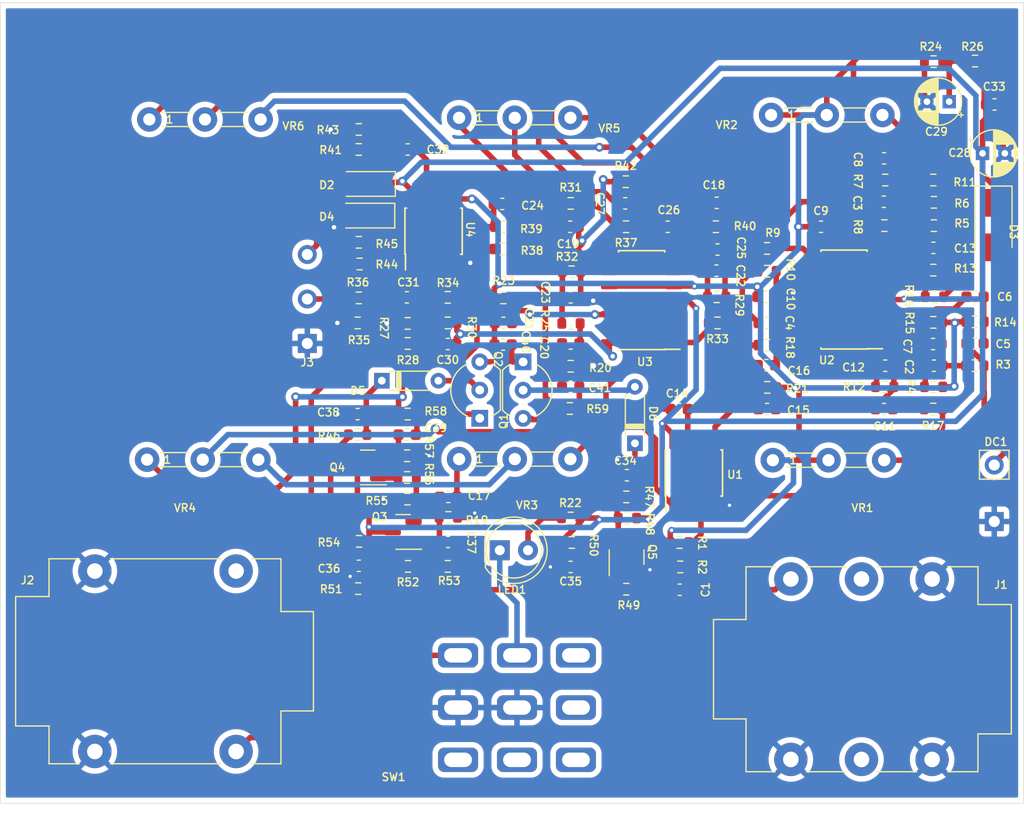
<source format=kicad_pcb>
(kicad_pcb (version 20221018) (generator pcbnew)
  (layers (0 "F.Cu" signal) (31 "B.Cu" signal) (34 "B.Paste" user) (35 "F.Paste" user) (36 "B.SilkS" user "B.Silkscreen") (37 "F.SilkS" user "F.Silkscreen") (38 "B.Mask" user) (39 "F.Mask" user) (44 "Edge.Cuts" user))
  (net 0 "")
  (net 1 "Net-(C1-Pad1)")
  (net 2 "Net-(C1-Pad2)")
  (net 3 "VCC")
  (net 4 "GND")
  (net 5 "VCOM")
  (net 8 "Net-(J2-PadT)")
  (net 10 "Net-(C17-Pad2)")
  (net 11 "Net-(C36-Pad2)")
  (net 12 "Net-(C37-Pad2)")
  (net 13 "Net-(Q4-E)")
  (net 14 "Net-(Q3-B)")
  (net 15 "Net-(Q3-E)")
  (net 16 "Net-(Q4-B)")
  (net 17 "Net-(C2-Pad2)")
  (net 18 "Net-(C5-Pad1)")
  (net 19 "Net-(C6-Pad1)")
  (net 20 "Net-(U2A-+)")
  (net 21 "Net-(U2A--)")
  (net 22 "Net-(U2B--)")
  (net 23 "Net-(U2C--)")
  (net 24 "Net-(U2D-+)")
  (net 25 "Net-(U2D--)")
  (net 26 "Net-(C11-Pad2)")
  (net 27 "Net-(R17-Pad2)")
  (net 28 "Net-(U2B-+)")
  (net 29 "Net-(C13-Pad1)")
  (net 30 "Net-(R16-Pad2)")
  (net 31 "Net-(U2C-+)")
  (net 32 "Net-(C3-Pad2)")
  (net 33 "Net-(C8-Pad2)")
  (net 34 "Net-(R11-Pad1)")
  (net 35 "Net-(C4-Pad2)")
  (net 36 "Net-(C15-Pad1)")
  (net 37 "Net-(VR3-Pad2)")
  (net 38 "Net-(U3B--)")
  (net 39 "Net-(U3A--)")
  (net 40 "Net-(U3A-+)")
  (net 41 "Net-(C18-Pad1)")
  (net 42 "Net-(C18-Pad2)")
  (net 43 "Net-(C22-Pad1)")
  (net 44 "Net-(C26-Pad1)")
  (net 45 "Net-(U3C--)")
  (net 46 "Net-(U3D-+)")
  (net 47 "Net-(U3D--)")
  (net 48 "Net-(C19-Pad1)")
  (net 49 "Net-(C19-Pad2)")
  (net 50 "Net-(C20-Pad1)")
  (net 51 "Net-(C20-Pad2)")
  (net 52 "Net-(C26-Pad2)")
  (net 53 "Net-(C27-Pad1)")
  (net 54 "Net-(R31-Pad1)")
  (net 55 "Net-(C21-Pad1)")
  (net 56 "Net-(C30-Pad2)")
  (net 57 "Net-(U4B--)")
  (net 58 "Net-(U4A--)")
  (net 59 "Net-(U4A-+)")
  (net 60 "Net-(C24-Pad1)")
  (net 61 "Net-(C32-Pad2)")
  (net 62 "Net-(D2-A)")
  (net 63 "Net-(C14-Pad1)")
  (net 64 "Net-(Q2-S)")
  (net 65 "Net-(Q1-D)")
  (net 66 "Net-(Q1-S)")
  (net 67 "Net-(D5-K)")
  (net 68 "Net-(D6-K)")
  (net 69 "Net-(D5-A)")
  (net 70 "Net-(D6-A)")
  (net 71 "Net-(Q5-B)")
  (net 72 "Net-(Q5-C)")
  (net 78 "Net-(SW1C-A)")
  (net 79 "Net-(U1A--)")
  (net 80 "Net-(U1B--)")
  (net 81 "Net-(U1B-+)")
  (net 82 "Net-(D3-A)")
  (net 83 "Net-(LED1-K)")
  (net 84 "Net-(LED1-A)")
  (net 85 "Net-(U1A-+)")
  (net 86 "Net-(C31-Pad2)")
  (net 87 "Net-(J3-Pad2)")
  (net 88 "Net-(J3-Pad3)")
  (footprint "Capacitor_SMD:C_0603_1608Metric" (layer "F.Cu") (at 33.425 -18.1)
    (fp_text reference "C3")
    (fp_text value "10n")
  )
  (footprint "Capacitor_SMD:C_0603_1608Metric" (layer "F.Cu") (at -5.775 -5.3 180)
    (fp_text reference "C30")
    (fp_text value "10u")
  )
  (footprint "Resistor_SMD:R_0603_1608Metric" (layer "F.Cu") (at -13.75 12.45 180)
    (fp_text reference "R54")
    (fp_text value "9.1k")
  )
  (footprint "Capacitor_SMD:C_0603_1608Metric" (layer "F.Cu") (at 5.275 -5.35 180)
    (fp_text reference "C20")
    (fp_text value "2.2u")
  )
  (footprint "Resistor_SMD:R_0603_1608Metric" (layer "F.Cu") (at 22.925 -11.85 180)
    (fp_text reference "R10")
    (fp_text value "33k")
  )
  (footprint "Capacitor_SMD:C_0603_1608Metric" (layer "F.Cu") (at 5.275 -9.5)
    (fp_text reference "C23")
    (fp_text value "47p")
  )
  (footprint "Resistor_SMD:R_0603_1608Metric" (layer "F.Cu") (at -0.825 -13.85 180)
    (fp_text reference "R38")
    (fp_text value "10k")
  )
  (footprint "Resistor_SMD:R_0603_1608Metric" (layer "F.Cu") (at -13.775 -14.45 180)
    (fp_text reference "R45")
    (fp_text value "1k")
  )
  (footprint "Capacitor_SMD:C_0603_1608Metric" (layer "F.Cu") (at 22.875 -3.4)
    (fp_text reference "C16")
    (fp_text value "22n")
  )
  (footprint "Resistor_SMD:R_0603_1608Metric" (layer "F.Cu") (at 41.6 -3.35)
    (fp_text reference "R3")
    (fp_text value "100k")
  )
  (footprint "Capacitor_SMD:C_0603_1608Metric" (layer "F.Cu") (at -13.775 14.65)
    (fp_text reference "C36")
    (fp_text value "10u")
  )
  (footprint "Capacitor_SMD:C_0603_1608Metric" (layer "F.Cu") (at 5.225 -15.85 180)
    (fp_text reference "C19")
    (fp_text value "10n")
  )
  (footprint "Resistor_SMD:R_0603_1608Metric" (layer "F.Cu") (at 5.375 12.55 180)
    (fp_text reference "R50")
    (fp_text value "10k")
  )
  (footprint "Package_TO_SOT_SMD:SOT-23" (layer "F.Cu") (at -9.7875 11.6 180)
    (fp_text reference "Q3")
    (fp_text value "2SC1815")
  )
  (footprint "Diode_SMD:D_MiniMELF" (layer "F.Cu") (at -13.15 -19.7 180)
    (fp_text reference "D2")
    (fp_text value "D")
  )
  (footprint "Resistor_SMD:R_0603_1608Metric" (layer "F.Cu") (at 37.875 -11.95 180)
    (fp_text reference "R13")
    (fp_text value "330k")
  )
  (footprint "Capacitor_SMD:C_0603_1608Metric" (layer "F.Cu") (at 33.45 0.55)
    (fp_text reference "C11")
    (fp_text value "10n")
  )
  (footprint "Resistor_SMD:R_0603_1608Metric" (layer "F.Cu") (at 37.9 -1.45)
    (fp_text reference "R4")
    (fp_text value "100k")
  )
  (footprint "Connector_PinHeader_2.54mm:PinHeader_1x02_P2.54mm_Vertical" (layer "F.Cu") (at 43.35 8.125 180)
    (fp_text reference "DC1")
    (fp_text value "DC_IN")
  )
  (footprint "Resistor_SMD:R_0603_1608Metric" (layer "F.Cu") (at 10.275 16.75 180)
    (fp_text reference "R49")
    (fp_text value "51k")
  )
  (footprint "Capacitor_SMD:C_0603_1608Metric" (layer "F.Cu") (at -9.425 2.85)
    (fp_text reference "C39")
    (fp_text value "1u")
  )
  (footprint "Resistor_SMD:R_0603_1608Metric" (layer "F.Cu") (at 5.35 -11.8)
    (fp_text reference "R32")
    (fp_text value "2.2M")
  )
  (footprint "Resistor_SMD:R_0603_1608Metric" (layer "F.Cu") (at 37.875 -20.05 180)
    (fp_text reference "R11")
    (fp_text value "22k")
  )
  (footprint "Capacitor_SMD:C_0603_1608Metric" (layer "F.Cu") (at 37.85 -5.3)
    (fp_text reference "C7")
    (fp_text value "22n")
  )
  (footprint "Capacitor_SMD:C_0603_1608Metric" (layer "F.Cu") (at 10.325 6.5)
    (fp_text reference "C34")
    (fp_text value "47n")
  )
  (footprint "Resistor_SMD:R_0603_1608Metric" (layer "F.Cu") (at 18.475 -7.2 180)
    (fp_text reference "R33")
    (fp_text value "10k")
  )
  (footprint "Capacitor_SMD:C_0603_1608Metric" (layer "F.Cu") (at 5.275 -1.45)
    (fp_text reference "C41")
    (fp_text value "1u")
  )
  (footprint "Resistor_SMD:R_0603_1608Metric" (layer "F.Cu") (at 18.4 -9.55 180)
    (fp_text reference "R29")
    (fp_text value "22k")
  )
  (footprint "myFoot:my_SOIC-8_3.9x4.9mm_Pitch1.27mm" (layer "F.Cu") (at 16.35 6.3 90)
    (fp_text reference "U1")
    (fp_text value "NJM4558")
  )
  (footprint "Resistor_SMD:R_0603_1608Metric" (layer "F.Cu") (at -0.75 -15.85)
    (fp_text reference "R39")
    (fp_text value "10k")
  )
  (footprint "Resistor_SMD:R_0603_1608Metric" (layer "F.Cu") (at 33.475 -15.95)
    (fp_text reference "R8")
    (fp_text value "22k")
  )
  (footprint "myFoot:my_SOIC-14_3.9x8.7mm_Pitch1.27mm" (layer "F.Cu") (at 29.85 -9.3 180)
    (fp_text reference "U2")
    (fp_text value "TL074")
  )
  (footprint "Capacitor_SMD:C_0603_1608Metric" (layer "F.Cu") (at 18.375 -11.9 180)
    (fp_text reference "C22")
    (fp_text value "47p")
  )
  (footprint "Resistor_SMD:R_0603_1608Metric" (layer "F.Cu") (at 33.5 -1.45)
    (fp_text reference "R12")
    (fp_text value "330k")
  )
  (footprint "Diode_SMD:D_MiniMELF" (layer "F.Cu") (at -13.2 -16.85 180)
    (fp_text reference "D4")
    (fp_text value "D")
  )
  (footprint "Resistor_SMD:R_0603_1608Metric" (layer "F.Cu") (at -9.375 1 180)
    (fp_text reference "R58")
    (fp_text value "510k")
  )
  (footprint "myFoot:my_pot_5mm" (layer "F.Cu") (at 28.2962 -25.9)
    (fp_text reference "VR2")
    (fp_text value "B100k")
  )
  (footprint "Resistor_SMD:R_0603_1608Metric" (layer "F.Cu") (at -9.425 4.75)
    (fp_text reference "R57")
    (fp_text value "10k")
  )
  (footprint "Capacitor_SMD:C_0603_1608Metric" (layer "F.Cu") (at 27.775 -15.85)
    (fp_text reference "C9")
    (fp_text value "560p")
  )
  (footprint "Capacitor_SMD:C_0603_1608Metric" (layer "F.Cu") (at -9.375 -22.8 180)
    (fp_text reference "C32")
    (fp_text value "10u")
  )
  (footprint "myFoot:my_sw_3pdt" (layer "F.Cu") (at 0.45 27.4 -90)
    (fp_text reference "SW1")
    (fp_text value "SW_3PDT")
  )
  (footprint "Capacitor_SMD:C_0603_1608Metric" (layer "F.Cu") (at -13.875 1)
    (fp_text reference "C38")
    (fp_text value "47n")
  )
  (footprint "myFoot:my_SOIC-14_3.9x8.7mm_Pitch1.27mm" (layer "F.Cu") (at 11.65 -9.25 180)
    (fp_text reference "U3")
    (fp_text value "TL074")
  )
  (footprint "Capacitor_SMD:C_0603_1608Metric" (layer "F.Cu") (at 18.4 -18)
    (fp_text reference "C18")
    (fp_text value "10n")
  )
  (footprint "LED_THT:LED_D5.0mm" (layer "F.Cu") (at -1.1 13.25)
    (fp_text reference "LED1")
    (fp_text value "LED")
  )
  (footprint "Capacitor_SMD:C_0603_1608Metric" (layer "F.Cu") (at 37.925 -3.35)
    (fp_text reference "C2")
    (fp_text value "22n")
  )
  (footprint "Capacitor_SMD:C_0603_1608Metric" (layer "F.Cu") (at -9.45 -9.5 180)
    (fp_text reference "C31")
    (fp_text value "10u")
  )
  (footprint "Resistor_SMD:R_0603_1608Metric" (layer "F.Cu") (at -13.825 16.7 180)
    (fp_text reference "R51")
    (fp_text value "22k")
  )
  (footprint "Capacitor_SMD:C_0603_1608Metric" (layer "F.Cu") (at -0.775 -7.2)
    (fp_text reference "C21")
    (fp_text value "2.2u")
  )
  (footprint "Resistor_SMD:R_0603_1608Metric" (layer "F.Cu") (at 37.9 -30.7 180)
    (fp_text reference "R24")
    (fp_text value "10k")
  )
  (footprint "Resistor_SMD:R_0603_1608Metric" (layer "F.Cu") (at 10.225 -19.9)
    (fp_text reference "R42")
    (fp_text value "10k")
  )
  (footprint "Capacitor_SMD:C_0603_1608Metric" (layer "F.Cu") (at -0.8 -5.25 180)
    (fp_text reference "C40")
    (fp_text value "1u")
  )
  (footprint "Capacitor_SMD:C_0603_1608Metric" (layer "F.Cu") (at 37.875 -13.95 180)
    (fp_text reference "C13")
    (fp_text value "270p")
  )
  (footprint "Diode_SMD:D_SMA" (layer "F.Cu") (at 43.3 -16 -90)
    (fp_text reference "D3")
    (fp_text value "SS14")
  )
  (footprint "Resistor_SMD:R_0603_1608Metric" (layer "F.Cu") (at -5.775 -7.2)
    (fp_text reference "R30")
    (fp_text value "22k")
  )
  (footprint "myFoot:my_pot_5mm" (layer "F.Cu") (at 0.25 -25.65)
    (fp_text reference "VR5")
    (fp_text value "B100k")
  )
  (footprint "myFoot:my_D_P5.08mm_Horizontal" (layer "F.Cu") (at -11.7 -2)
    (fp_text reference "D5")
    (fp_text value "D")
  )
  (footprint "Resistor_SMD:R_0603_1608Metric" (layer "F.Cu") (at 37.875 -7.25)
    (fp_text reference "R15")
    (fp_text value "22k")
  )
  (footprint "myFoot:my_pot_5mm" (layer "F.Cu") (at 28.45 5.15)
    (fp_text reference "VR1")
    (fp_text value "B100k")
  )
  (footprint "Capacitor_SMD:C_0603_1608Metric" (layer "F.Cu") (at 33.45 -22 180)
    (fp_text reference "C8")
    (fp_text value "47n")
  )
  (footprint "Package_TO_SOT_THT:TO-92_Inline_Wide" (layer "F.Cu") (at -2.9 1.38 90)
    (fp_text reference "Q2")
    (fp_text value "2SK246-GR")
  )
  (footprint "myFoot:my_SOIC-8_3.9x4.9mm_Pitch1.27mm" (layer "F.Cu") (at -7.05 -15.45 90)
    (fp_text reference "U4")
    (fp_text value "NJM4580")
  )
  (footprint "Resistor_SMD:R_0603_1608Metric" (layer "F.Cu") (at 37.875 0.55)
    (fp_text reference "R17")
    (fp_text value "3.3k")
  )
  (footprint "Capacitor_SMD:C_0603_1608Metric" (layer "F.Cu") (at 10.175 -17.95 180)
    (fp_text reference "C27")
    (fp_text value "22n")
  )
  (footprint "myFoot:my_D_P5.08mm_Horizontal" (layer "F.Cu") (at 11.05 3.63 90)
    (fp_text reference "D6")
    (fp_text value "D")
  )
  (footprint "Resistor_SMD:R_0603_1608Metric" (layer "F.Cu") (at 22.925 -5.2)
    (fp_text reference "R18")
    (fp_text value "22k")
  )
  (footprint "Capacitor_SMD:C_0603_1608Metric" (layer "F.Cu") (at 22.825 -9.55)
    (fp_text reference "C10")
    (fp_text value "1n")
  )
  (footprint "Resistor_SMD:R_0603_1608Metric" (layer "F.Cu") (at -13.7 -12.5)
    (fp_text reference "R44")
    (fp_text value "1k")
  )
  (footprint "Resistor_SMD:R_0603_1608Metric" (layer "F.Cu") (at 18.325 -15.85)
    (fp_text reference "R40")
    (fp_text value "10k")
  )
  (footprint "myFoot:my_pot_5mm" (layer "F.Cu") (at -27.6 -25.5)
    (fp_text reference "VR6")
    (fp_text value "B100k")
  )
  (footprint "Resistor_SMD:R_0603_1608Metric" (layer "F.Cu") (at -13.875 -7.2 180)
    (fp_text reference "R35")
    (fp_text value "10k")
  )
  (footprint "Resistor_SMD:R_0603_1608Metric" (layer "F.Cu") (at 37.925 -18.05)
    (fp_text reference "R6")
    (fp_text value "22k")
  )
  (footprint "Resistor_SMD:R_0603_1608Metric" (layer "F.Cu") (at -9.375 -7.15 180)
    (fp_text reference "R27")
    (fp_text value "10k")
  )
  (footprint "Resistor_SMD:R_0603_1608Metric" (layer "F.Cu") (at 5.275 -3.3)
    (fp_text reference "R20")
    (fp_text value "1M")
  )
  (footprint "Capacitor_THT:CP_Radial_D4.0mm_P2.00mm" (layer "F.Cu") (at 42.3 -22.45)
    (fp_text reference "C28")
    (fp_text value "100u")
  )
  (footprint "Resistor_SMD:R_0603_1608Metric" (layer "F.Cu") (at 33.55 -20.05 180)
    (fp_text reference "R7")
    (fp_text value "10k")
  )
  (footprint "Capacitor_SMD:C_0603_1608Metric" (layer "F.Cu") (at -5.725 8.45 180)
    (fp_text reference "C17")
    (fp_text value "2.2u")
  )
  (footprint "Capacitor_SMD:C_0603_1608Metric" (layer "F.Cu") (at 41.625 -9.55)
    (fp_text reference "C6")
    (fp_text value "22n")
  )
  (footprint "Capacitor_SMD:C_0603_1608Metric" (layer "F.Cu") (at 33.55 -3.35)
    (fp_text reference "C12")
    (fp_text value "270p")
  )
  (footprint "Resistor_SMD:R_0603_1608Metric" (layer "F.Cu") (at 15.125 14.75 180)
    (fp_text reference "R2")
    (fp_text value "10k")
  )
  (footprint "myFoot:my_pot_5mm" (layer "F.Cu") (at -27.8 5.1)
    (fp_text reference "VR4")
    (fp_text value "B100k")
  )
  (footprint "myFoot:my_pot_5mm" (layer "F.Cu") (at 0.25 5.05)
    (fp_text reference "VR3")
    (fp_text value "B100k")
  )
  (footprint "Capacitor_SMD:C_0603_1608Metric" (layer "F.Cu") (at 18.475 -13.8 180)
    (fp_text reference "C25")
    (fp_text value "100n")
  )
  (footprint "Capacitor_SMD:C_0603_1608Metric" (layer "F.Cu") (at -0.875 -17.9)
    (fp_text reference "C24")
    (fp_text value "47p")
  )
  (footprint "Resistor_SMD:R_0603_1608Metric" (layer "F.Cu") (at 41.625 -7.3 180)
    (fp_text reference "R14")
    (fp_text value "2.2k")
  )
  (footprint "Resistor_SMD:R_0603_1608Metric" (layer "F.Cu") (at -9.425 6.7)
    (fp_text reference "R56")
    (fp_text value "1k")
  )
  (footprint "Resistor_SMD:R_0603_1608Metric" (layer "F.Cu") (at 15.05 12.55 180)
    (fp_text reference "R1")
    (fp_text value "1M")
  )
  (footprint "Resistor_SMD:R_0603_1608Metric" (layer "F.Cu") (at 5.275 10.35 180)
    (fp_text reference "R22")
    (fp_text value "4.7k")
  )
  (footprint "Resistor_SMD:R_0603_1608Metric" (layer "F.Cu") (at -5.775 14.7)
    (fp_text reference "R53")
    (fp_text value "1k")
  )
  (footprint "Resistor_SMD:R_0603_1608Metric" (layer "F.Cu") (at -5.775 -9.5)
    (fp_text reference "R34")
    (fp_text value "3.3k")
  )
  (footprint "Capacitor_SMD:C_0603_1608Metric" (layer "F.Cu") (at 43.375 -26.85 180)
    (fp_text reference "C33")
    (fp_text value "100n")
  )
  (footprint "Capacitor_SMD:C_0603_1608Metric" (layer "F.Cu") (at 14 -15.85 180)
    (fp_text reference "C26")
    (fp_text value "22n")
  )
  (footprint "Resistor_SMD:R_0603_1608Metric" (layer "F.Cu") (at -9.4 8.65 180)
    (fp_text reference "R55")
    (fp_text value "10k")
  )
  (footprint "Connector_PinHeader_2.54mm:PinHeader_1x04_P2.54mm_Vertical" (layer "F.Cu") (at -18.4 -5.35 180)
    (fp_text reference "J3")
    (fp_text value "XLR_OUT")
  )
  (footprint "Resistor_SMD:R_0603_1608Metric" (layer "F.Cu") (at -0.775 -9.45 180)
    (fp_text reference "R23")
    (fp_text value "10k")
  )
  (footprint "Package_TO_SOT_THT:TO-92_Inline_Wide" (layer "F.Cu") (at 1 -3.69 -90)
    (fp_text reference "Q1")
    (fp_text value "2SK246-GR")
  )
  (footprint "Resistor_SMD:R_0603_1608Metric" (layer "F.Cu") (at -13.775 -24.6 180)
    (fp_text reference "R43")
    (fp_text value "10k")
  )
  (footprint "Resistor_SMD:R_0603_1608Metric" (layer "F.Cu") (at 10.275 8.45 180)
    (fp_text reference "R47")
    (fp_text value "1M")
  )
  (footprint "Resistor_SMD:R_0603_1608Metric" (layer "F.Cu") (at -9.35 14.7 180)
    (fp_text reference "R52")
    (fp_text value "510k")
  )
  (footprint "Capacitor_SMD:C_0603_1608Metric" (layer "F.Cu") (at 15.075 16.8)
    (fp_text reference "C1")
    (fp_text value "22n")
  )
  (footprint "Capacitor_SMD:C_0603_1608Metric" (layer "F.Cu") (at -5.75 12.5)
    (fp_text reference "C37")
    (fp_text value "1u")
  )
  (footprint "Resistor_SMD:R_0603_1608Metric" (layer "F.Cu") (at 5.275 -17.95)
    (fp_text reference "R31")
    (fp_text value "3.3k")
  )
  (footprint "Resistor_SMD:R_0603_1608Metric" (layer "F.Cu") (at 5.3 -7.15 180)
    (fp_text reference "R25")
    (fp_text value "1k")
  )
  (footprint "Resistor_SMD:R_0603_1608Metric" (layer "F.Cu") (at 10.25 -15.85)
    (fp_text reference "R37")
    (fp_text value "10k")
  )
  (footprint "Resistor_SMD:R_0603_1608Metric" (layer "F.Cu") (at 22.95 -1.4)
    (fp_text reference "R21")
    (fp_text value "6.2k")
  )
  (footprint "Resistor_SMD:R_0603_1608Metric" (layer "F.Cu") (at 5.2 0.5 180)
    (fp_text reference "R59")
    (fp_text value "510k")
  )
  (footprint "Capacitor_THT:CP_Radial_D4.0mm_P2.00mm" (layer "F.Cu") (at 39.3 -27.1 180)
    (fp_text reference "C29")
    (fp_text value "100u")
  )
  (footprint "Resistor_SMD:R_0603_1608Metric" (layer "F.Cu") (at -5.725 10.3)
    (fp_text reference "R19")
    (fp_text value "1M")
  )
  (footprint "Capacitor_SMD:C_0603_1608Metric" (layer "F.Cu") (at 41.625 -5.35 180)
    (fp_text reference "C5")
    (fp_text value "22n")
  )
  (footprint "Resistor_SMD:R_0603_1608Metric" (layer "F.Cu") (at -13.775 -9.45)
    (fp_text reference "R36")
    (fp_text value "100R")
  )
  (footprint "Resistor_SMD:R_0603_1608Metric" (layer "F.Cu") (at 37.975 -9.55)
    (fp_text reference "R16")
    (fp_text value "3.3k")
  )
  (footprint "Resistor_SMD:R_0603_1608Metric" (layer "F.Cu") (at -13.875 2.85)
    (fp_text reference "R46")
    (fp_text value "1M")
  )
  (footprint "Capacitor_SMD:C_0603_1608Metric" (layer "F.Cu") (at 22.925 0.55 180)
    (fp_text reference "C15")
    (fp_text value "47n")
  )
  (footprint "Resistor_SMD:R_0603_1608Metric" (layer "F.Cu") (at 37.925 -15.95 180)
    (fp_text reference "R5")
    (fp_text value "10k")
  )
  (footprint "Resistor_SMD:R_0603_1608Metric" (layer "F.Cu") (at 22.925 -13.9)
    (fp_text reference "R9")
    (fp_text value "33k")
  )
  (footprint "Connector_Audio:Jack_6.35mm_Neutrik_NMJ6HCD2_Horizontal" (layer "F.Cu") (at 25.065 15.835)
    (fp_text reference "J1")
    (fp_text value "IN")
  )
  (footprint "Resistor_SMD:R_0603_1608Metric" (layer "F.Cu") (at -9.375 -5.35)
    (fp_text reference "R28")
    (fp_text value "1k")
  )
  (footprint "Resistor_SMD:R_0603_1608Metric" (layer "F.Cu") (at -13.775 -22.8)
    (fp_text reference "R41")
    (fp_text value "100R")
  )
  (footprint "Capacitor_SMD:C_0603_1608Metric" (layer "F.Cu") (at 5.275 14.75)
    (fp_text reference "C35")
    (fp_text value "10n")
  )
  (footprint "Capacitor_SMD:C_0603_1608Metric" (layer "F.Cu") (at 15.025 0.55)
    (fp_text reference "C14")
    (fp_text value "100n")
  )
  (footprint "Capacitor_SMD:C_0603_1608Metric" (layer "F.Cu") (at 22.925 -7.2 180)
    (fp_text reference "C4")
    (fp_text value "2.2n")
  )
  (footprint "Package_TO_SOT_SMD:SOT-23" (layer "F.Cu") (at 10.3 13.8625 90)
    (fp_text reference "Q5")
    (fp_text value "2SC1815")
  )
  (footprint "Resistor_SMD:R_0603_1608Metric" (layer "F.Cu") (at 10.375 10.35 180)
    (fp_text reference "R48")
    (fp_text value "10k")
  )
  (footprint "Resistor_SMD:R_0603_1608Metric" (layer "F.Cu") (at 41.625 -30.75 180)
    (fp_text reference "R26")
    (fp_text value "10k")
  )
  (footprint "Package_TO_SOT_SMD:SOT-23" (layer "F.Cu") (at -12.9625 5.8 180)
    (fp_text reference "Q4")
    (fp_text value "2SC1815")
  )
  (footprint "Connector_Audio:Jack_6.35mm_Neutrik_NMJ4HCD2_Horizontal" (layer "F.Cu") (at -24.8 31.35 180)
    (fp_text reference "J2")
    (fp_text value "OUT")
  )
  (gr_rect (start -46 -36) (end 46 36) (stroke (width 0.05)) (fill none) (layer "Edge.Cuts"))
  (segment (start 14.3 16.8) (end 14.3 14.75) (width 0.5) (layer "F.Cu") (net 1))
  (segment (start 25.065 15.835) (end 24.615 15.835) (width 0.5) (layer "F.Cu") (net 2))
  (segment (start 24.615 15.835) (end 23.65 16.8) (width 0.5) (layer "F.Cu") (net 2))
  (segment (start 23.65 16.8) (end 15.85 16.8) (width 0.5) (layer "F.Cu") (net 2))
  (segment (start -12.85 11.15) (end -12.85 11.6) (width 0.5) (layer "F.Cu") (net 3))
  (segment (start 42.6 -26.85) (end 42.6 -25.6) (width 0.5) (layer "F.Cu") (net 3))
  (segment (start -10.6 -19.85) (end -9.95 -19.85) (width 0.5) (layer "F.Cu") (net 3))
  (segment (start 42.45 -27) (end 42.6 -26.85) (width 0.5) (layer "F.Cu") (net 3))
  (segment (start 42.3 -20.55) (end 43.3 -19.55) (width 0.5) (layer "F.Cu") (net 3))
  (segment (start 35.2 -9.3) (end 35.25 -9.35) (width 0.5) (layer "F.Cu") (net 3))
  (segment (start -10.725 11.6) (end -12.85 11.6) (width 0.5) (layer "F.Cu") (net 3))
  (segment (start 15.8 -9.25) (end 16.55 -8.5) (width 0.5) (layer "F.Cu") (net 3))
  (segment (start 12.1 10.35) (end 12.25 10.5) (width 0.5) (layer "F.Cu") (net 3))
  (segment (start 14.55 -9.25) (end 15.8 -9.25) (width 0.5) (layer "F.Cu") (net 3))
  (segment (start 32.75 -9.3) (end 35.2 -9.3) (width 0.5) (layer "F.Cu") (net 3))
  (segment (start -11.4 -19.7) (end -10.75 -19.7) (width 0.5) (layer "F.Cu") (net 3))
  (segment (start 42.3 -22.45) (end 42.3 -20.55) (width 0.5) (layer "F.Cu") (net 3))
  (segment (start -13.9 8.4) (end -13.9 5.8) (width 0.5) (layer "F.Cu") (net 3))
  (segment (start 7.7 10.35) (end 7.85 10.5) (width 0.5) (layer "F.Cu") (net 3))
  (segment (start 14.445 2.795) (end 13.5 1.85) (width 0.5) (layer "F.Cu") (net 3))
  (segment (start 43.3 -19.55) (end 43.3 -18) (width 0.5) (layer "F.Cu") (net 3))
  (segment (start 6.1 10.35) (end 6.1 10.8) (width 0.5) (layer "F.Cu") (net 3))
  (segment (start -9.95 -19.85) (end -9.85 -19.95) (width 0.5) (layer "F.Cu") (net 3))
  (segment (start -12.85 11.6) (end -12.85 12.375) (width 0.5) (layer "F.Cu") (net 3))
  (segment (start -12.85 9.45) (end -13.9 8.4) (width 0.5) (layer "F.Cu") (net 3))
  (segment (start -12.85 11.15) (end -12.85 9.45) (width 0.5) (layer "F.Cu") (net 3))
  (segment (start 4.55 12.35) (end 4.55 12.55) (width 0.5) (layer "F.Cu") (net 3))
  (segment (start 42.3 -25.3) (end 42.3 -22.45) (width 0.5) (layer "F.Cu") (net 3))
  (segment (start -8.955 -19.055) (end -9.85 -19.95) (width 0.5) (layer "F.Cu") (net 3))
  (segment (start 6.1 10.8) (end 4.55 12.35) (width 0.5) (layer "F.Cu") (net 3))
  (segment (start -12.85 12.375) (end -12.925 12.45) (width 0.5) (layer "F.Cu") (net 3))
  (segment (start 6.1 10.35) (end 7.7 10.35) (width 0.5) (layer "F.Cu") (net 3))
  (segment (start 14.445 3.4) (end 14.445 2.795) (width 0.5) (layer "F.Cu") (net 3))
  (segment (start 42.6 -25.6) (end 42.3 -25.3) (width 0.5) (layer "F.Cu") (net 3))
  (segment (start -8.955 -18.35) (end -8.955 -19.055) (width 0.5) (layer "F.Cu") (net 3))
  (segment (start 42.45 -30.75) (end 42.45 -27) (width 0.5) (layer "F.Cu") (net 3))
  (segment (start -10.75 -19.7) (end -10.6 -19.85) (width 0.5) (layer "F.Cu") (net 3))
  (segment (start 11.2 10.35) (end 12.1 10.35) (width 0.5) (layer "F.Cu") (net 3))
  (via (at 16.55 -8.5) (size 0.6) (drill 0.3) (layers "F.Cu" "B.Cu") (net 3))
  (via (at 35.25 -9.35) (size 0.6) (drill 0.3) (layers "F.Cu" "B.Cu") (net 3))
  (via (at 12.25 10.5) (size 0.6) (drill 0.3) (layers "F.Cu" "B.Cu") (net 3))
  (via (at 7.85 10.5) (size 0.6) (drill 0.3) (layers "F.Cu" "B.Cu") (net 3))
  (via (at 13.5 1.85) (size 0.6) (drill 0.3) (layers "F.Cu" "B.Cu") (net 3))
  (via (at -9.85 -19.95) (size 0.8) (drill 0.4) (layers "F.Cu" "B.Cu") (net 3))
  (via (at -12.85 11.15) (size 0.6) (drill 0.3) (layers "F.Cu" "B.Cu") (net 3))
  (segment (start 12.25 10.5) (end 13.5 9.25) (width 0.5) (layer "B.Cu") (net 3))
  (segment (start 42.3 -9.3) (end 42.3 -0.75) (width 0.5) (layer "B.Cu") (net 3))
  (segment (start 13.5 9.25) (end 13.5 1.85) (width 0.5) (layer "B.Cu") (net 3))
  (segment (start 10.25 -21.65) (end 18.7 -30.1) (width 0.5) (layer "B.Cu") (net 3))
  (segment (start -12.8 11.2) (end 7.15 11.2) (width 0.5) (layer "B.Cu") (net 3))
  (segment (start 35.25 -9.35) (end 42.25 -9.35) (width 0.5) (layer "B.Cu") (net 3))
  (segment (start 7.85 10.5) (end 12.25 10.5) (width 0.5) (layer "B.Cu") (net 3))
  (segment (start 16.55 -1.2) (end 13.5 1.85) (width 0.5) (layer "B.Cu") (net 3))
  (segment (start 42.3 -22.45) (end 42.3 -9.3) (width 0.5) (layer "B.Cu") (net 3))
  (segment (start 39.9 1.65) (end 13.7 1.65) (width 0.5) (layer "B.Cu") (net 3))
  (segment (start 7.85 10.5) (end 7.15 11.2) (width 0.5) (layer "B.Cu") (net 3))
  (segment (start 42.25 -9.35) (end 42.3 -9.3) (width 0.5) (layer "B.Cu") (net 3))
  (segment (start 16.55 -8.5) (end 16.55 -1.2) (width 0.5) (layer "B.Cu") (net 3))
  (segment (start 41.7 -23.05) (end 42.3 -22.45) (width 0.5) (layer "B.Cu") (net 3))
  (segment (start 42.3 -0.75) (end 39.9 1.65) (width 0.5) (layer "B.Cu") (net 3))
  (segment (start 39.25 -30.1) (end 41.7 -27.65) (width 0.5) (layer "B.Cu") (net 3))
  (segment (start 13.7 1.65) (end 13.5 1.85) (width 0.5) (layer "B.Cu") (net 3))
  (segment (start 18.7 -30.1) (end 39.25 -30.1) (width 0.5) (layer "B.Cu") (net 3))
  (segment (start -8.15 -21.65) (end 10.25 -21.65) (width 0.5) (layer "B.Cu") (net 3))
  (segment (start -9.85 -19.95) (end -8.15 -21.65) (width 0.5) (layer "B.Cu") (net 3))
  (segment (start -12.8 11.2) (end -12.85 11.15) (width 0.5) (layer "B.Cu") (net 3))
  (segment (start 41.7 -27.65) (end 41.7 -23.05) (width 0.5) (layer "B.Cu") (net 3))
  (segment (start -4.9 10.3) (end -3.75 10.3) (width 0.5) (layer "F.Cu") (net 4))
  (segment (start -14.6 -24.6) (end -16.3 -24.6) (width 0.5) (layer "F.Cu") (net 4))
  (segment (start 11.45 14.8) (end 11.65 15) (width 0.5) (layer "F.Cu") (net 4))
  (segment (start 11.65 15) (end 12.4 15) (width 0.5) (layer "F.Cu") (net 4))
  (segment (start 6.1 -3.3) (end 7.3 -3.3) (width 0.5) (layer "F.Cu") (net 4))
  (segment (start -14.7 -7.2) (end -15.7 -7.2) (width 0.5) (layer "F.Cu") (net 4))
  (segment (start 7.35 -9.25) (end 7.3 -9.2) (width 0.5) (layer "F.Cu") (net 4))
  (segment (start -5.145 -12.55) (end -3.8 -12.55) (width 0.5) (layer "F.Cu") (net 4))
  (segment (start 26.95 -9.3) (end 25.8 -9.3) (width 0.5) (layer "F.Cu") (net 4))
  (segment (start -3.8 -12.55) (end -3.75 -12.6) (width 0.5) (layer "F.Cu") (net 4))
  (segment (start 37.075 -27.325) (end 37.3 -27.1) (width 0.5) (layer "F.Cu") (net 4))
  (segment (start -14.65 16.7) (end -14.65 15.7) (width 0.5) (layer "F.Cu") (net 4))
  (segment (start 11.25 14.8) (end 11.45 14.8) (width 0.5) (layer "F.Cu") (net 4))
  (segment (start -14.55 14.65) (end -14.55 15.6) (width 0.5) (layer "F.Cu") (net 4))
  (segment (start 44.15 -22.6) (end 44.3 -22.45) (width 0.5) (layer "F.Cu") (net 4))
  (segment (start -10.225 8.65) (end -11.55 8.65) (width 0.5) (layer "F.Cu") (net 4))
  (segment (start 9.55 5.15) (end 9.5 5.1) (width 0.5) (layer "F.Cu") (net 4))
  (segment (start -14.65 15.7) (end -14.55 15.6) (width 0.5) (layer "F.Cu") (net 4))
  (segment (start 9.55 6.5) (end 9.55 5.15) (width 0.5) (layer "F.Cu") (net 4))
  (segment (start 44.15 -26.85) (end 44.15 -22.6) (width 0.5) (layer "F.Cu") (net 4))
  (segment (start -8.6 4.75) (end -7.45 4.75) (width 0.5) (layer "F.Cu") (net 4))
  (segment (start 25.8 -9.3) (end 25.2 -9.9) (width 0.5) (layer "F.Cu") (net 4))
  (segment (start -10.2 -7.15) (end -11.25 -7.15) (width 0.5) (layer "F.Cu") (net 4))
  (segment (start 37.075 -30.7) (end 37.075 -27.325) (width 0.5) (layer "F.Cu") (net 4))
  (segment (start -3.75 10.3) (end -3.35 9.9) (width 0.5) (layer "F.Cu") (net 4))
  (segment (start 4.5 14.75) (end 3.45 14.75) (width 0.5) (layer "F.Cu") (net 4))
  (segment (start 8.75 -9.25) (end 7.35 -9.25) (width 0.5) (layer "F.Cu") (net 4))
  (segment (start -14.95 -16.85) (end -16 -15.8) (width 0.5) (layer "F.Cu") (net 4))
  (segment (start 18.255 9.2) (end 19.55 9.2) (width 0.5) (layer "F.Cu") (net 4))
  (segment (start -14.65 1) (end -15.65 1) (width 0.5) (layer "F.Cu") (net 4))
  (via (at 19.55 9.2) (size 0.6) (drill 0.3) (layers "F.Cu" "B.Cu") (net 4))
  (via (at 3.45 14.75) (size 0.6) (drill 0.3) (layers "F.Cu" "B.Cu") (net 4))
  (via (at 25.2 -9.9) (size 0.6) (drill 0.3) (layers "F.Cu" "B.Cu") (net 4))
  (via (at -11.55 8.65) (size 0.6) (drill 0.3) (layers "F.Cu" "B.Cu") (net 4))
  (via (at 12.4 15) (size 0.6) (drill 0.3) (layers "F.Cu" "B.Cu") (net 4))
  (via (at -14.55 15.6) (size 0.6) (drill 0.3) (layers "F.Cu" "B.Cu") (net 4))
  (via (at -15.7 -7.2) (size 0.8) (drill 0.4) (layers "F.Cu" "B.Cu") (net 4))
  (via (at -16 -15.8) (size 0.8) (drill 0.4) (layers "F.Cu" "B.Cu") (net 4))
  (via (at 9.5 5.1) (size 0.6) (drill 0.3) (layers "F.Cu" "B.Cu") (net 4))
  (via (at 7.3 -9.2) (size 0.8) (drill 0.4) (layers "F.Cu" "B.Cu") (net 4))
  (via (at -3.75 -12.6) (size 0.8) (drill 0.4) (layers "F.Cu" "B.Cu") (net 4))
  (via (at -16.3 -24.6) (size 0.8) (drill 0.4) (layers "F.Cu" "B.Cu") (net 4))
  (via (at 7.3 -3.3) (size 0.8) (drill 0.4) (layers "F.Cu" "B.Cu") (net 4))
  (via (at -15.65 1) (size 0.6) (drill 0.3) (layers "F.Cu" "B.Cu") (net 4))
  (via (at -11.25 -7.15) (size 0.8) (drill 0.4) (layers "F.Cu" "B.Cu") (net 4))
  (via (at -3.35 9.9) (size 0.6) (drill 0.3) (layers "F.Cu" "B.Cu") (net 4))
  (via (at -7.45 4.75) (size 0.6) (drill 0.3) (layers "F.Cu" "B.Cu") (net 4))
  (segment (start 30.7 -30.7) (end 30.7 -25.8) (width 0.5) (layer "F.Cu") (net 5))
  (segment (start -9.85 -1.9) (end -7.9 -3.85) (width 0.5) (layer "F.Cu") (net 5))
  (segment (start -1.6 -9.45) (end -1.6 -10.3) (width 0.5) (layer "F.Cu") (net 5))
  (segment (start 30.7 -25.8) (end 34.225 -22.275) (width 0.5) (layer "F.Cu") (net 5))
  (segment (start 39.3 -30.5) (end 39.55 -30.75) (width 0.5) (layer "F.Cu") (net 5))
  (segment (start -1.15 -10.75) (end 2.2 -10.75) (width 0.5) (layer "F.Cu") (net 5))
  (segment (start -3.15 -9.4) (end -3.1 -9.45) (width 0.5) (layer "F.Cu") (net 5))
  (segment (start 28.2962 -25.9) (end 28.2962 -28.2962) (width 0.5) (layer "F.Cu") (net 5))
  (segment (start -9.85 -0.55) (end -9.85 -1.9) (width 0.5) (layer "F.Cu") (net 5))
  (segment (start -10.2 1) (end -10.2 -0.2) (width 0.5) (layer "F.Cu") (net 5))
  (segment (start 34.225 -22) (end 35.1 -22) (width 0.5) (layer "F.Cu") (net 5))
  (segment (start -1.6 -9.45) (end -3.1 -9.45) (width 0.5) (layer "F.Cu") (net 5))
  (segment (start -30.2538 7.65) (end -21.05 7.65) (width 0.5) (layer "F.Cu") (net 5))
  (segment (start 39.75 -7.25) (end 39.8 -7.2) (width 0.5) (layer "F.Cu") (net 5))
  (segment (start 27 -15.85) (end 25.75 -15.85) (width 0.5) (layer "F.Cu") (net 5))
  (segment (start 38.7 -7.25) (end 39.75 -7.25) (width 0.5) (layer "F.Cu") (net 5))
  (segment (start 28.45 5.15) (end 25.8 5.15) (width 0.5) (layer "F.Cu") (net 5))
  (segment (start 25.8 -1) (end 25.8 5.15) (width 0.5) (layer "F.Cu") (net 5))
  (segment (start -3.1 -9.45) (end -3.95 -9.45) (width 0.5) (layer "F.Cu") (net 5))
  (segment (start 22.05 -9.55) (end 22.05 -10.45) (width 0.5) (layer "F.Cu") (net 5))
  (segment (start 39.3 -27.1) (end 39.3 -30.5) (width 0.5) (layer "F.Cu") (net 5))
  (segment (start -7.9 -3.85) (end -4.45 -3.85) (width 0.5) (layer "F.Cu") (net 5))
  (segment (start -19.45 6.05) (end -19.45 -0.55) (width 0.5) (layer "F.Cu") (net 5))
  (segment (start -10.2 -0.2) (end -9.85 -0.55) (width 0.5) (layer "F.Cu") (net 5))
  (segment (start 23.2924 -25.9) (end 28.2962 -25.9) (width 0.5) (layer "F.Cu") (net 5))
  (segment (start 34.225 -22.275) (end 34.225 -22) (width 0.5) (layer "F.Cu") (net 5))
  (segment (start 14.225 12.55) (end 14.225 11.575) (width 0.5) (layer "F.Cu") (net 5))
  (segment (start -32.8038 5.1) (end -30.2538 7.65) (width 0.5) (layer "F.Cu") (net 5))
  (segment (start -3.15 -5.15) (end -3.15 -9.4) (width 0.5) (layer "F.Cu") (net 5))
  (segment (start 38.725 -30.7) (end 38.725 -31.875) (width 0.5) (layer "F.Cu") (net 5))
  (segment (start -21.05 7.65) (end -19.45 6.05) (width 0.5) (layer "F.Cu") (net 5))
  (segment (start 23.775 -1.4) (end 25.4 -1.4) (width 0.5) (layer "F.Cu") (net 5))
  (segment (start 39.7 -1.45) (end 39.75 -1.5) (width 0.5) (layer "F.Cu") (net 5))
  (segment (start -4.45 -3.85) (end -3.15 -5.15) (width 0.5) (layer "F.Cu") (net 5))
  (segment (start 16.38 -10.52) (end 16.4 -10.5) (width 0.5) (layer "F.Cu") (net 5))
  (segment (start 40.8 -30.75) (end 39.55 -30.75) (width 0.5) (layer "F.Cu") (net 5))
  (segment (start 39.55 -30.75) (end 38.775 -30.75) (width 0.5) (layer "F.Cu") (net 5))
  (segment (start 4.05 0.5) (end 3 -0.55) (width 0.5) (layer "F.Cu") (net 5))
  (segment (start 38.4 -32.2) (end 32.2 -32.2) (width 0.5) (layer "F.Cu") (net 5))
  (segment (start 38.725 -1.45) (end 39.7 -1.45) (width 0.5) (layer "F.Cu") (net 5))
  (segment (start 40.8 -7.3) (end 39.9 -7.3) (width 0.5) (layer "F.Cu") (net 5))
  (segment (start 38.775 -30.75) (end 38.725 -30.7) (width 0.5) (layer "F.Cu") (net 5))
  (segment (start -4.95 -9.5) (end -4 -9.5) (width 0.5) (layer "F.Cu") (net 5))
  (segment (start 14.55 -10.52) (end 8.75 -10.52) (width 0.5) (layer "F.Cu") (net 5))
  (segment (start 14.225 11.575) (end 14.35 11.45) (width 0.5) (layer "F.Cu") (net 5))
  (segment (start 28.2962 -28.2962) (end 30.7 -30.7) (width 0.5) (layer "F.Cu") (net 5))
  (segment (start -4 -9.5) (end -3.95 -9.45) (width 0.5) (layer "F.Cu") (net 5))
  (segment (start 3 -0.55) (end 3 -9.95) (width 0.5) (layer "F.Cu") (net 5))
  (segment (start 14.55 -10.52) (end 16.38 -10.52) (width 0.5) (layer "F.Cu") (net 5))
  (segment (start 4.375 0.5) (end 4.05 0.5) (width 0.5) (layer "F.Cu") (net 5))
  (segment (start -5.145 -18.35) (end -3.6 -18.35) (width 0.5) (layer "F.Cu") (net 5))
  (segment (start 39.9 -7.3) (end 39.8 -7.2) (width 0.5) (layer "F.Cu") (net 5))
  (segment (start 35.1 -22) (end 37.05 -20.05) (width 0.5) (layer "F.Cu") (net 5))
  (segment (start 25.45 -1.35) (end 25.8 -1) (width 0.5) (layer "F.Cu") (net 5))
  (segment (start 3 -9.95) (end 2.2 -10.75) (width 0.5) (layer "F.Cu") (net 5))
  (segment (start 32.2 -32.2) (end 30.7 -30.7) (width 0.5) (layer "F.Cu") (net 5))
  (segment (start 38.725 -31.875) (end 38.4 -32.2) (width 0.5) (layer "F.Cu") (net 5))
  (segment (start 25.4 -1.4) (end 25.45 -1.35) (width 0.5) (layer "F.Cu") (net 5))
  (segment (start -1.6 -10.3) (end -1.15 -10.75) (width 0.5) (layer "F.Cu") (net 5))
  (segment (start 25.8 5.15) (end 23.4462 5.15) (width 0.5) (layer "F.Cu") (net 5))
  (via (at 16.4 -10.5) (size 0.6) (drill 0.3) (layers "F.Cu" "B.Cu") (net 5))
  (via (at -3.6 -18.35) (size 0.8) (drill 0.4) (layers "F.Cu" "B.Cu") (net 5))
  (via (at 22.05 -10.45) (size 0.8) (drill 0.4) (layers "F.Cu" "B.Cu") (net 5))
  (via (at -19.45 -0.55) (size 0.8) (drill 0.4) (layers "F.Cu" "B.Cu") (net 5))
  (via (at 25.75 -15.85) (size 0.8) (drill 0.4) (layers "F.Cu" "B.Cu") (net 5))
  (via (at 39.75 -1.5) (size 0.8) (drill 0.4) (layers "F.Cu" "B.Cu") (net 5))
  (via (at 14.35 11.45) (size 0.6) (drill 0.3) (layers "F.Cu" "B.Cu") (net 5))
  (via (at 39.8 -7.2) (size 0.8) (drill 0.4) (layers "F.Cu" "B.Cu") (net 5))
  (via (at -1.15 -10.75) (size 0.8) (drill 0.4) (layers "F.Cu" "B.Cu") (net 5))
  (via (at 25.45 -1.35) (size 0.8) (drill 0.4) (layers "F.Cu" "B.Cu") (net 5))
  (via (at -9.85 -0.55) (size 0.8) (drill 0.4) (layers "F.Cu" "B.Cu") (net 5))
  (segment (start 22.05 -10.45) (end 22.35 -10.45) (width 0.5) (layer "B.Cu") (net 5))
  (segment (start 26.15 -25.9) (end 25.75 -25.5) (width 0.5) (layer "B.Cu") (net 5))
  (segment (start -3.6 -18.35) (end -3.35 -18.35) (width 0.5) (layer "B.Cu") (net 5))
  (segment (start 25.45 -1.35) (end 39.6 -1.35) (width 0.5) (layer "B.Cu") (net 5))
  (segment (start 39.75 -7.15) (end 39.8 -7.2) (width 0.5) (layer "B.Cu") (net 5))
  (segment (start 22 -10.5) (end 22.05 -10.45) (width 0.5) (layer "B.Cu") (net 5))
  (segment (start 24.9 5.15) (end 23.4462 5.15) (width 0.5) (layer "B.Cu") (net 5))
  (segment (start -19.45 -0.55) (end -9.85 -0.55) (width 0.5) (layer "B.Cu") (net 5))
  (segment (start 39.75 -1.5) (end 39.75 -7.15) (width 0.5) (layer "B.Cu") (net 5))
  (segment (start 25.3 7.2) (end 25.3 5.55) (width 0.5) (layer "B.Cu") (net 5))
  (segment (start 25.3 5.55) (end 24.9 5.15) (width 0.5) (layer "B.Cu") (net 5))
  (segment (start -1.15 -10.75) (end 16.15 -10.75) (width 0.5) (layer "B.Cu") (net 5))
  (segment (start 25.75 -25.5) (end 25.75 -15.85) (width 0.5) (layer "B.Cu") (net 5))
  (segment (start 22.35 -4.45) (end 22.35 -10.15) (width 0.5) (layer "B.Cu") (net 5))
  (segment (start 39.6 -1.35) (end 39.75 -1.5) (width 0.5) (layer "B.Cu") (net 5))
  (segment (start 16.4 -10.5) (end 22 -10.5) (width 0.5) (layer "B.Cu") (net 5))
  (segment (start 14.35 11.45) (end 21.05 11.45) (width 0.5) (layer "B.Cu") (net 5))
  (segment (start -1.25 -10.85) (end -1.15 -10.75) (width 0.5) (layer "B.Cu") (net 5))
  (segment (start -3.35 -18.35) (end -1.25 -16.25) (width 0.5) (layer "B.Cu") (net 5))
  (segment (start 25.75 -13.85) (end 25.75 -15.85) (width 0.5) (layer "B.Cu") (net 5))
  (segment (start 21.05 11.45) (end 25.3 7.2) (width 0.5) (layer "B.Cu") (net 5))
  (segment (start 25.45 -1.35) (end 22.35 -4.45) (width 0.5) (layer "B.Cu") (net 5))
  (segment (start 16.15 -10.75) (end 16.4 -10.5) (width 0.5) (layer "B.Cu") (net 5))
  (segment (start 22.35 -10.45) (end 25.75 -13.85) (width 0.5) (layer "B.Cu") (net 5))
  (segment (start 28.2962 -25.9) (end 26.15 -25.9) (width 0.5) (layer "B.Cu") (net 5))
  (segment (start -1.25 -16.25) (end -1.25 -10.85) (width 0.5) (layer "B.Cu") (net 5))
  (segment (start 22.35 -10.15) (end 22.05 -10.45) (width 0.5) (layer "B.Cu") (net 5))
  (segment (start -23.55 30.1) (end -24.8 31.35) (width 0.5) (layer "F.Cu") (net 8))
  (segment (start -22.95 30.1) (end -23.55 30.1) (width 0.5) (layer "F.Cu") (net 8))
  (segment (start -13.2 -5.35) (end -18.05 -0.5) (width 0.5) (layer "F.Cu") (net 8))
  (segment (start -18.05 -0.5) (end -18.05 25.2) (width 0.5) (layer "F.Cu") (net 8))
  (segment (start -10.2 -5.35) (end -13.2 -5.35) (width 0.5) (layer "F.Cu") (net 8))
  (segment (start -18.05 25.2) (end -22.95 30.1) (width 0.5) (layer "F.Cu") (net 8))
  (segment (start -6.5 10.25) (end -6.55 10.3) (width 0.5) (layer "F.Cu") (net 10))
  (segment (start -6.525 12.5) (end -6.525 10.325) (width 0.5) (layer "F.Cu") (net 10))
  (segment (start -6.525 10.325) (end -6.55 10.3) (width 0.5) (layer "F.Cu") (net 10))
  (segment (start -6.5 8.45) (end -6.5 10.25) (width 0.5) (layer "F.Cu") (net 10))
  (segment (start -14.575 12.45) (end -14.575 12.875) (width 0.5) (layer "F.Cu") (net 11))
  (segment (start -14.575 12.875) (end -13 14.45) (width 0.5) (layer "F.Cu") (net 11))
  (segment (start -13 16.7) (end -13 14.65) (width 0.5) (layer "F.Cu") (net 11))
  (segment (start -12.95 14.7) (end -13 14.65) (width 0.5) (layer "F.Cu") (net 11))
  (segment (start -10.175 14.7) (end -12.95 14.7) (width 0.5) (layer "F.Cu") (net 11))
  (segment (start -13 14.45) (end -13 14.65) (width 0.5) (layer "F.Cu") (net 11))
  (segment (start -4.975 14.675) (end -4.95 14.7) (width 0.5) (layer "F.Cu") (net 12))
  (segment (start -4.975 12.5) (end -4.975 14.675) (width 0.5) (layer "F.Cu") (net 12))
  (segment (start -10.35 4.85) (end -10.25 4.75) (width 0.5) (layer "F.Cu") (net 13))
  (segment (start -10.2 2.85) (end -10.2 4.7) (width 0.5) (layer "F.Cu") (net 13))
  (segment (start -10.2 4.7) (end -10.25 4.75) (width 0.5) (layer "F.Cu") (net 13))
  (segment (start -12.025 4.85) (end -10.35 4.85) (width 0.5) (layer "F.Cu") (net 13))
  (segment (start -8.525 12.875) (end -8.85 12.55) (width 0.5) (layer "F.Cu") (net 14))
  (segment (start -8.525 14.7) (end -6.6 14.7) (width 0.5) (layer "F.Cu") (net 14))
  (segment (start -8.525 14.7) (end -8.525 12.875) (width 0.5) (layer "F.Cu") (net 14))
  (segment (start -8.6 6.7) (end -8.6 8.625) (width 0.5) (layer "F.Cu") (net 15))
  (segment (start -8.575 10.375) (end -8.85 10.65) (width 0.5) (layer "F.Cu") (net 15))
  (segment (start -8.575 8.65) (end -8.575 10.375) (width 0.5) (layer "F.Cu") (net 15))
  (segment (start -8.6 8.625) (end -8.575 8.65) (width 0.5) (layer "F.Cu") (net 15))
  (segment (start -10.3 6.75) (end -10.25 6.7) (width 0.5) (layer "F.Cu") (net 16))
  (segment (start -12.025 6.75) (end -10.3 6.75) (width 0.5) (layer "F.Cu") (net 16))
  (segment (start 40.775 -3.35) (end 38.7 -3.35) (width 0.5) (layer "F.Cu") (net 17))
  (segment (start 38.625 -3.425) (end 38.7 -3.35) (width 0.5) (layer "F.Cu") (net 17))
  (segment (start 38.625 -5.3) (end 38.625 -3.425) (width 0.5) (layer "F.Cu") (net 17))
  (segment (start 42.4 -7.25) (end 42.45 -7.3) (width 0.5) (layer "F.Cu") (net 18))
  (segment (start 42.4 -9.55) (end 42.4 -7.35) (width 0.5) (layer "F.Cu") (net 18))
  (segment (start 42.4 -5.35) (end 42.4 -7.25) (width 0.5) (layer "F.Cu") (net 18))
  (segment (start 42.4 -7.35) (end 42.45 -7.3) (width 0.5) (layer "F.Cu") (net 18))
  (segment (start 38.15 -8.45) (end 37.05 -7.35) (width 0.5) (layer "F.Cu") (net 19))
  (segment (start 40.85 -9.55) (end 39.75 -8.45) (width 0.5) (layer "F.Cu") (net 19))
  (segment (start 39.75 -8.45) (end 38.15 -8.45) (width 0.5) (layer "F.Cu") (net 19))
  (segment (start 37.05 -7.25) (end 37.05 -5.325) (width 0.5) (layer "F.Cu") (net 19))
  (segment (start 37.05 -5.325) (end 37.075 -5.3) (width 0.5) (layer "F.Cu") (net 19))
  (segment (start 37.05 -7.35) (end 37.05 -7.25) (width 0.5) (layer "F.Cu") (net 19))
  (segment (start 36.5 -3.35) (end 37.15 -3.35) (width 0.5) (layer "F.Cu") (net 20))
  (segment (start 34.47 -8.03) (end 35.85 -6.65) (width 0.5) (layer "F.Cu") (net 20))
  (segment (start 35.85 -4) (end 36.5 -3.35) (width 0.5) (layer "F.Cu") (net 20))
  (segment (start 35.85 -6.65) (end 35.85 -4) (width 0.5) (layer "F.Cu") (net 20))
  (segment (start 32.75 -8.03) (end 34.47 -8.03) (width 0.5) (layer "F.Cu") (net 20))
  (segment (start 37.15 -3.35) (end 37.15 -1.525) (width 0.5) (layer "F.Cu") (net 20))
  (segment (start 37.15 -1.525) (end 37.075 -1.45) (width 0.5) (layer "F.Cu") (net 20))
  (segment (start 34.7 -4.65) (end 34.325 -4.275) (width 0.5) (layer "F.Cu") (net 21))
  (segment (start 34.325 -1.275) (end 32.675 0.375) (width 0.5) (layer "F.Cu") (net 21))
  (segment (start 33.74 -6.76) (end 34.7 -5.8) (width 0.5) (layer "F.Cu") (net 21))
  (segment (start 34.325 -3.35) (end 34.325 -1.45) (width 0.5) (layer "F.Cu") (net 21))
  (segment (start 34.325 -1.45) (end 34.325 -1.275) (width 0.5) (layer "F.Cu") (net 21))
  (segment (start 32.675 0.375) (end 32.675 0.55) (width 0.5) (layer "F.Cu") (net 21))
  (segment (start 32.75 -6.76) (end 33.74 -6.76) (width 0.5) (layer "F.Cu") (net 21))
  (segment (start 34.325 -4.275) (end 34.325 -3.35) (width 0.5) (layer "F.Cu") (net 21))
  (segment (start 34.7 -5.8) (end 34.7 -4.65) (width 0.5) (layer "F.Cu") (net 21))
  (segment (start 36.94 -11.84) (end 37.05 -11.95) (width 0.5) (layer "F.Cu") (net 22))
  (segment (start 37.1 -13.95) (end 37.1 -12) (width 0.5) (layer "F.Cu") (net 22))
  (segment (start 37.15 -11.85) (end 37.05 -11.95) (width 0.5) (layer "F.Cu") (net 22))
  (segment (start 37.1 -12) (end 37.05 -11.95) (width 0.5) (layer "F.Cu") (net 22))
  (segment (start 37.15 -9.55) (end 37.15 -11.85) (width 0.5) (layer "F.Cu") (net 22))
  (segment (start 32.75 -11.84) (end 36.94 -11.84) (width 0.5) (layer "F.Cu") (net 22))
  (segment (start 26.16 -13.9) (end 26.95 -13.11) (width 0.5) (layer "F.Cu") (net 23))
  (segment (start 26.05 -18.1) (end 23.75 -15.8) (width 0.5) (layer "F.Cu") (net 23))
  (segment (start 32.65 -18.1) (end 26.05 -18.1) (width 0.5) (layer "F.Cu") (net 23))
  (segment (start 23.75 -15.8) (end 23.75 -13.9) (width 0.5) (layer "F.Cu") (net 23))
  (segment (start 23.75 -13.9) (end 26.16 -13.9) (width 0.5) (layer "F.Cu") (net 23))
  (segment (start 26.95 -13.11) (end 26.95 -11.84) (width 0.5) (layer "F.Cu") (net 23))
  (segment (start 24.05 -9.55) (end 25.57 -8.03) (width 0.5) (layer "F.Cu") (net 24))
  (segment (start 23.6 -9.55) (end 24.05 -9.55) (width 0.5) (layer "F.Cu") (net 24))
  (segment (start 23.75 -11.85) (end 23.75 -9.7) (width 0.5) (layer "F.Cu") (net 24))
  (segment (start 23.75 -9.7) (end 23.6 -9.55) (width 0.5) (layer "F.Cu") (net 24))
  (segment (start 25.57 -8.03) (end 26.95 -8.03) (width 0.5) (layer "F.Cu") (net 24))
  (segment (start 23.7 -5.25) (end 23.75 -5.2) (width 0.5) (layer "F.Cu") (net 25))
  (segment (start 23.7 -7.2) (end 23.7 -5.25) (width 0.5) (layer "F.Cu") (net 25))
  (segment (start 26.95 -5.49) (end 24.04 -5.49) (width 0.5) (layer "F.Cu") (net 25))
  (segment (start 24.04 -5.49) (end 23.75 -5.2) (width 0.5) (layer "F.Cu") (net 25))
  (segment (start 26.95 -6.76) (end 26.95 -5.49) (width 0.5) (layer "F.Cu") (net 25))
  (segment (start 23.75 -5.2) (end 23.75 -3.5) (width 0.5) (layer "F.Cu") (net 25))
  (segment (start 23.75 -3.5) (end 23.65 -3.4) (width 0.5) (layer "F.Cu") (net 25))
  (segment (start 34.225 0.55) (end 37.05 0.55) (width 0.5) (layer "F.Cu") (net 26))
  (segment (start 35.75 5.15) (end 38.7 2.2) (width 0.5) (layer "F.Cu") (net 27))
  (segment (start 33.4538 5.15) (end 35.75 5.15) (width 0.5) (layer "F.Cu") (net 27))
  (segment (start 38.7 2.2) (end 38.7 0.55) (width 0.5) (layer "F.Cu") (net 27))
  (segment (start 31.32 -10.57) (end 32.75 -10.57) (width 0.5) (layer "F.Cu") (net 28))
  (segment (start 31.11 -5.49) (end 30.75 -5.85) (width 0.5) (layer "F.Cu") (net 28))
  (segment (start 30.75 -10) (end 31.32 -10.57) (width 0.5) (layer "F.Cu") (net 28))
  (segment (start 32.775 -3.35) (end 32.775 -5.465) (width 0.5) (layer "F.Cu") (net 28))
  (segment (start 30.75 -5.85) (end 30.75 -10) (width 0.5) (layer "F.Cu") (net 28))
  (segment (start 32.75 -5.49) (end 31.11 -5.49) (width 0.5) (layer "F.Cu") (net 28))
  (segment (start 32.775 -3.35) (end 32.775 -1.55) (width 0.5) (layer "F.Cu") (net 28))
  (segment (start 32.775 -1.55) (end 32.675 -1.45) (width 0.5) (layer "F.Cu") (net 28))
  (segment (start 32.775 -5.465) (end 32.75 -5.49) (width 0.5) (layer "F.Cu") (net 28))
  (segment (start 38.7 -13.9) (end 38.65 -13.95) (width 0.5) (layer "F.Cu") (net 29))
  (segment (start 37.1 -15.95) (end 34.26 -13.11) (width 0.5) (layer "F.Cu") (net 29))
  (segment (start 38.65 -14.4) (end 37.1 -15.95) (width 0.5) (layer "F.Cu") (net 29))
  (segment (start 38.7 -11.95) (end 38.7 -13.9) (width 0.5) (layer "F.Cu") (net 29))
  (segment (start 38.65 -13.95) (end 38.65 -14.4) (width 0.5) (layer "F.Cu") (net 29))
  (segment (start 34.26 -13.11) (end 32.75 -13.11) (width 0.5) (layer "F.Cu") (net 29))
  (segment (start 40.1 -21.65) (end 40.1 -10.85) (width 0.5) (layer "F.Cu") (net 30))
  (segment (start 38.8 -22.95) (end 40.1 -21.65) (width 0.5) (layer "F.Cu") (net 30))
  (segment (start 33.3 -25.9) (end 33.75 -25.9) (width 0.5) (layer "F.Cu") (net 30))
  (segment (start 40.1 -10.85) (end 38.8 -9.55) (width 0.5) (layer "F.Cu") (net 30))
  (segment (start 36.7 -22.95) (end 38.8 -22.95) (width 0.5) (layer "F.Cu") (net 30))
  (segment (start 33.75 -25.9) (end 36.7 -22.95) (width 0.5) (layer "F.Cu") (net 30))
  (segment (start 26.95 -10.57) (end 28.17 -10.57) (width 0.5) (layer "F.Cu") (net 31))
  (segment (start 28.55 -14.85) (end 28.55 -15.85) (width 0.5) (layer "F.Cu") (net 31))
  (segment (start 28.17 -10.57) (end 29.1 -11.5) (width 0.5) (layer "F.Cu") (net 31))
  (segment (start 32.65 -15.95) (end 28.65 -15.95) (width 0.5) (layer "F.Cu") (net 31))
  (segment (start 28.65 -15.95) (end 28.55 -15.85) (width 0.5) (layer "F.Cu") (net 31))
  (segment (start 29.1 -14.3) (end 28.55 -14.85) (width 0.5) (layer "F.Cu") (net 31))
  (segment (start 29.1 -11.5) (end 29.1 -14.3) (width 0.5) (layer "F.Cu") (net 31))
  (segment (start 34.2 -16.05) (end 34.3 -15.95) (width 0.5) (layer "F.Cu") (net 32))
  (segment (start 34.25 -18.05) (end 34.2 -18.1) (width 0.5) (layer "F.Cu") (net 32))
  (segment (start 34.375 -20.05) (end 34.375 -18.275) (width 0.5) (layer "F.Cu") (net 32))
  (segment (start 37.1 -18.05) (end 34.25 -18.05) (width 0.5) (layer "F.Cu") (net 32))
  (segment (start 34.2 -18.1) (end 34.2 -16.05) (width 0.5) (layer "F.Cu") (net 32))
  (segment (start 34.375 -18.275) (end 34.2 -18.1) (width 0.5) (layer "F.Cu") (net 32))
  (segment (start 32.675 -20.1) (end 32.725 -20.05) (width 0.5) (layer "F.Cu") (net 33))
  (segment (start 32.675 -22) (end 32.675 -20.1) (width 0.5) (layer "F.Cu") (net 33))
  (segment (start 38.75 -20) (end 38.7 -20.05) (width 0.5) (layer "F.Cu") (net 34))
  (segment (start 38.75 -15.95) (end 38.75 -18.05) (width 0.5) (layer "F.Cu") (net 34))
  (segment (start 38.75 -18.05) (end 38.75 -20) (width 0.5) (layer "F.Cu") (net 34))
  (segment (start 20.7 -8.65) (end 22.15 -7.2) (width 0.5) (layer "F.Cu") (net 35))
  (segment (start 22.1 -11.85) (end 21.6 -11.85) (width 0.5) (layer "F.Cu") (net 35))
  (segment (start 21.6 -11.85) (end 20.7 -10.95) (width 0.5) (layer "F.Cu") (net 35))
  (segment (start 22.1 -13.9) (end 22.1 -11.85) (width 0.5) (layer "F.Cu") (net 35))
  (segment (start 20.7 -10.95) (end 20.7 -8.65) (width 0.5) (layer "F.Cu") (net 35))
  (segment (start 22.125 -1.025) (end 23.7 0.55) (width 0.5) (layer "F.Cu") (net 36))
  (segment (start 22.125 -1.4) (end 22.125 -1.025) (width 0.5) (layer "F.Cu") (net 36))
  (segment (start 22.1 -3.4) (end 22.1 -1.425) (width 0.5) (layer "F.Cu") (net 36))
  (segment (start 22.1 -1.425) (end 22.125 -1.4) (width 0.5) (layer "F.Cu") (net 36))
  (segment (start -2.05 7.35) (end 0.25 5.05) (width 0.5) (layer "B.Cu") (net 37))
  (segment (start -20.85 6.8) (end -20.3 7.35) (width 0.5) (layer "B.Cu") (net 37))
  (segment (start -22.7962 5.1) (end -22.6 5.1) (width 0.5) (layer "B.Cu") (net 37))
  (segment (start -20.3 7.35) (end -2.05 7.35) (width 0.5) (layer "B.Cu") (net 37))
  (segment (start -20.9 6.8) (end -20.85 6.8) (width 0.5) (layer "B.Cu") (net 37))
  (segment (start -22.6 5.1) (end -20.9 6.8) (width 0.5) (layer "B.Cu") (net 37))
  (segment (start 19.3 -7.2) (end 19.3 -7.55) (width 0.5) (layer "F.Cu") (net 38))
  (segment (start 19.3 -7.55) (end 17.575 -9.275) (width 0.5) (layer "F.Cu") (net 38))
  (segment (start 17.575 -9.275) (end 17.575 -9.55) (width 0.5) (layer "F.Cu") (net 38))
  (segment (start 14.55 -11.79) (end 17.49 -11.79) (width 0.5) (layer "F.Cu") (net 38))
  (segment (start 17.49 -11.79) (end 17.6 -11.9) (width 0.5) (layer "F.Cu") (net 38))
  (segment (start 17.575 -9.55) (end 17.575 -11.875) (width 0.5) (layer "F.Cu") (net 38))
  (segment (start 17.575 -11.875) (end 17.6 -11.9) (width 0.5) (layer "F.Cu") (net 38))
  (segment (start 14.55 -6.71) (end 14.55 -5.44) (width 0.5) (layer "F.Cu") (net 39))
  (segment (start 14.55 -5.44) (end 16.49 -5.44) (width 0.5) (layer "F.Cu") (net 39))
  (segment (start 17.65 -6.6) (end 17.65 -7.2) (width 0.5) (layer "F.Cu") (net 39))
  (segment (start 16.49 -5.44) (end 17.65 -6.6) (width 0.5) (layer "F.Cu") (net 39))
  (segment (start 8.45 -1.35) (end 8.45 0.15) (width 0.5) (layer "F.Cu") (net 40))
  (segment (start 14.55 -7.98) (end 12.93 -7.98) (width 0.5) (layer "F.Cu") (net 40))
  (segment (start 11.55 -4.45) (end 8.45 -1.35) (width 0.5) (layer "F.Cu") (net 40))
  (segment (start 11.55 -6.6) (end 11.55 -4.45) (width 0.5) (layer "F.Cu") (net 40))
  (segment (start 8.45 0.15) (end 6.01 2.59) (width 0.5) (layer "F.Cu") (net 40))
  (segment (start -6.61 2.59) (end -6.9 2.3) (width 0.5) (layer "F.Cu") (net 40))
  (segment (start 12.93 -7.98) (end 11.55 -6.6) (width 0.5) (layer "F.Cu") (net 40))
  (segment (start 6.01 2.59) (end -6.61 2.59) (width 0.5) (layer "F.Cu") (net 40))
  (via (at -6.9 2.3) (size 0.8) (drill 0.4) (layers "F.Cu" "B.Cu") (net 40))
  (segment (start -7.45 2.85) (end -6.9 2.3) (width 0.5) (layer "B.Cu") (net 40))
  (segment (start -27.8 5.1) (end -25.55 2.85) (width 0.5) (layer "B.Cu") (net 40))
  (segment (start -25.55 2.85) (end -7.45 2.85) (width 0.5) (layer "B.Cu") (net 40))
  (segment (start 17.625 -18) (end 17.625 -18.025) (width 0.5) (layer "F.Cu") (net 41))
  (segment (start 5.2538 -25.65) (end 7.65 -25.65) (width 0.5) (layer "F.Cu") (net 41))
  (segment (start 9.9 -25.75) (end 7.75 -25.75) (width 0.5) (layer "F.Cu") (net 41))
  (segment (start 7.65 -25.65) (end 7.75 -25.75) (width 0.5) (layer "F.Cu") (net 41))
  (segment (start 17.625 -18.025) (end 9.9 -25.75) (width 0.5) (layer "F.Cu") (net 41))
  (segment (start 19.25 -13.8) (end 19.25 -15.75) (width 0.5) (layer "F.Cu") (net 42))
  (segment (start 19.15 -15.85) (end 19.15 -17.975) (width 0.5) (layer "F.Cu") (net 42))
  (segment (start 19.25 -15.75) (end 19.15 -15.85) (width 0.5) (layer "F.Cu") (net 42))
  (segment (start 19.15 -17.975) (end 19.175 -18) (width 0.5) (layer "F.Cu") (net 42))
  (segment (start 17.7 -13.55) (end 17.7 -13.8) (width 0.5) (layer "F.Cu") (net 43))
  (segment (start 19.15 -12.1) (end 17.7 -13.55) (width 0.5) (layer "F.Cu") (net 43))
  (segment (start 19.15 -9.625) (end 19.225 -9.55) (width 0.5) (layer "F.Cu") (net 43))
  (segment (start 19.15 -11.9) (end 19.15 -9.625) (width 0.5) (layer "F.Cu") (net 43))
  (segment (start 16.96 -13.06) (end 17.7 -13.8) (width 0.5) (layer "F.Cu") (net 43))
  (segment (start 14.55 -13.06) (end 16.96 -13.06) (width 0.5) (layer "F.Cu") (net 43))
  (segment (start 19.15 -11.9) (end 19.15 -12.1) (width 0.5) (layer "F.Cu") (net 43))
  (segment (start 10.75 -23) (end 7.85 -23) (width 0.5) (layer "F.Cu") (net 44))
  (segment (start 17.5 -15.85) (end 14.775 -15.85) (width 0.5) (layer "F.Cu") (net 44))
  (segment (start 10.75 -23) (end 14.775 -18.975) (width 0.5) (layer "F.Cu") (net 44))
  (segment (start 14.775 -15.85) (end 14.775 -18.975) (width 0.5) (layer "F.Cu") (net 44))
  (via (at 7.85 -23) (size 0.8) (drill 0.4) (layers "F.Cu" "B.Cu") (net 44))
  (segment (start -22.5962 -25.9038) (end -21.35 -27.15) (width 0.5) (layer "B.Cu") (net 44))
  (segment (start -22.5962 -25.5) (end -22.5962 -25.9038) (width 0.5) (layer "B.Cu") (net 44))
  (segment (start -21.35 -27.15) (end -9.65 -27.15) (width 0.5) (layer "B.Cu") (net 44))
  (segment (start -9.65 -27.15) (end -5.5 -23) (width 0.5) (layer "B.Cu") (net 44))
  (segment (start -5.5 -23) (end 7.85 -23) (width 0.5) (layer "B.Cu") (net 44))
  (segment (start 6.1 -17.95) (end 7.325 -17.95) (width 0.5) (layer "F.Cu") (net 45))
  (segment (start 8.74 -11.8) (end 8.75 -11.79) (width 0.5) (layer "F.Cu") (net 45))
  (segment (start 9.84 -11.79) (end 8.75 -11.79) (width 0.5) (layer "F.Cu") (net 45))
  (segment (start 6.175 -11.8) (end 6.175 -9.625) (width 0.5) (layer "F.Cu") (net 45))
  (segment (start 9.425 -15.85) (end 9.425 -15.325) (width 0.5) (layer "F.Cu") (net 45))
  (segment (start 10.8 -13.95) (end 10.8 -12.75) (width 0.5) (layer "F.Cu") (net 45))
  (segment (start 6.175 -11.8) (end 8.74 -11.8) (width 0.5) (layer "F.Cu") (net 45))
  (segment (start 9.425 -15.325) (end 10.8 -13.95) (width 0.5) (layer "F.Cu") (net 45))
  (segment (start 6.175 -9.625) (end 6.05 -9.5) (width 0.5) (layer "F.Cu") (net 45))
  (segment (start 10.8 -12.75) (end 9.84 -11.79) (width 0.5) (layer "F.Cu") (net 45))
  (segment (start 7.325 -17.95) (end 9.425 -15.85) (width 0.5) (layer "F.Cu") (net 45))
  (segment (start 0.05 -8.3) (end 1.25 -8.3) (width 0.5) (layer "F.Cu") (net 46))
  (segment (start 7.45 -7.95) (end 8.72 -7.95) (width 0.5) (layer "F.Cu") (net 46))
  (segment (start 8.72 -7.95) (end 8.75 -7.98) (width 0.5) (layer "F.Cu") (net 46))
  (segment (start 0.05 -9.45) (end 0.05 -8.3) (width 0.5) (layer "F.Cu") (net 46))
  (segment (start 1.25 -8.3) (end 1.6 -7.95) (width 0.5) (layer "F.Cu") (net 46))
  (segment (start 0.05 -7.25) (end 0 -7.2) (width 0.5) (layer "F.Cu") (net 46))
  (segment (start 0.05 -8.3) (end 0.05 -7.25) (width 0.5) (layer "F.Cu") (net 46))
  (via (at 7.45 -7.95) (size 0.8) (drill 0.4) (layers "F.Cu" "B.Cu") (net 46))
  (via (at 1.6 -7.95) (size 0.8) (drill 0.4) (layers "F.Cu" "B.Cu") (net 46))
  (segment (start 1.6 -7.95) (end 7.45 -7.95) (width 0.5) (layer "B.Cu") (net 46))
  (segment (start -4.95 -6.5) (end -4.65 -6.2) (width 0.5) (layer "F.Cu") (net 47))
  (segment (start 8.75 -4.5) (end 9.05 -4.2) (width 0.5) (layer "F.Cu") (net 47))
  (segment (start -5 -5.85) (end -4.65 -6.2) (width 0.5) (layer "F.Cu") (net 47))
  (segment (start 8.75 -6.71) (end 8.75 -5.44) (width 0.5) (layer "F.Cu") (net 47))
  (segment (start 8.75 -5.44) (end 8.75 -4.5) (width 0.5) (layer "F.Cu") (net 47))
  (segment (start -5 -5.3) (end -5 -5.85) (width 0.5) (layer "F.Cu") (net 47))
  (segment (start -4.95 -7.2) (end -4.95 -6.5) (width 0.5) (layer "F.Cu") (net 47))
  (via (at 9.05 -4.2) (size 0.8) (drill 0.4) (layers "F.Cu" "B.Cu") (net 47))
  (via (at -4.65 -6.2) (size 0.8) (drill 0.4) (layers "F.Cu" "B.Cu") (net 47))
  (segment (start -4.65 -6.2) (end 7.05 -6.2) (width 0.5) (layer "B.Cu") (net 47))
  (segment (start 9.05 -4.2) (end 7.05 -6.2) (width 0.5) (layer "B.Cu") (net 47))
  (segment (start 6 -15.85) (end 6 -14.9) (width 0.5) (layer "F.Cu") (net 48))
  (segment (start 6.3 -14.3) (end 5.85 -13.85) (width 0.5) (layer "F.Cu") (net 48))
  (segment (start 4.5 -9.5) (end 4.5 -7.175) (width 0.5) (layer "F.Cu") (net 48))
  (segment (start 6.3 -14.6) (end 6.3 -14.3) (width 0.5) (layer "F.Cu") (net 48))
  (segment (start 8.75 -13.06) (end 6.64 -13.06) (width 0.5) (layer "F.Cu") (net 48))
  (segment (start 4.525 -11.8) (end 4.525 -12.525) (width 0.5) (layer "F.Cu") (net 48))
  (segment (start 4.525 -12.525) (end 5.85 -13.85) (width 0.5) (layer "F.Cu") (net 48))
  (segment (start 4.5 -7.175) (end 4.475 -7.15) (width 0.5) (layer "F.Cu") (net 48))
  (segment (start 9.4 -19.9) (end 8.4 -19.9) (width 0.5) (layer "F.Cu") (net 48))
  (segment (start 8.4 -19.9) (end 8.2 -20.1) (width 0.5) (layer "F.Cu") (net 48))
  (segment (start 6.64 -13.06) (end 5.85 -13.85) (width 0.5) (layer "F.Cu") (net 48))
  (segment (start 4.525 -11.8) (end 4.525 -9.525) (width 0.5) (layer "F.Cu") (net 48))
  (segment (start 6 -14.9) (end 6.3 -14.6) (width 0.5) (layer "F.Cu") (net 48))
  (segment (start 4.525 -9.525) (end 4.5 -9.5) (width 0.5) (layer "F.Cu") (net 48))
  (via (at 6.3 -14.6) (size 0.8) (drill 0.4) (layers "F.Cu" "B.Cu") (net 48))
  (via (at 8.2 -20.1) (size 0.8) (drill 0.4) (layers "F.Cu" "B.Cu") (net 48))
  (segment (start 8.2 -16.5) (end 6.3 -14.6) (width 0.5) (layer "B.Cu") (net 48))
  (segment (start 8.2 -20.1) (end 8.2 -16.5) (width 0.5) (layer "B.Cu") (net 48))
  (segment (start 4.4 -15.85) (end 4.45 -15.85) (width 0.5) (layer "F.Cu") (net 49))
  (segment (start -4.7538 -25.65) (end -4.7538 -25.0038) (width 0.5) (layer "F.Cu") (net 49))
  (segment (start -4.7538 -25.0038) (end 4.4 -15.85) (width 0.5) (layer "F.Cu") (net 49))
  (segment (start 6.125 -7.15) (end 6.125 -5.425) (width 0.5) (layer "F.Cu") (net 50))
  (segment (start 6.125 -5.425) (end 6.05 -5.35) (width 0.5) (layer "F.Cu") (net 50))
  (segment (start 4.45 -3.3) (end 4.45 -1.5) (width 0.5) (layer "F.Cu") (net 51))
  (segment (start 4.45 -1.5) (end 4.5 -1.45) (width 0.5) (layer "F.Cu") (net 51))
  (segment (start 4.5 -5.35) (end 4.5 -3.35) (width 0.5) (layer "F.Cu") (net 51))
  (segment (start 4.5 -3.35) (end 4.45 -3.3) (width 0.5) (layer "F.Cu") (net 51))
  (segment (start 0.75 -28.35) (end 2.4 -26.7) (width 0.5) (layer "F.Cu") (net 52))
  (segment (start -24.75 -28.35) (end 0.75 -28.35) (width 0.5) (layer "F.Cu") (net 52))
  (segment (start 2.4 -23.1) (end 6.5 -19) (width 0.5) (layer "F.Cu") (net 52))
  (segment (start 6.5 -19) (end 8.25 -19) (width 0.5) (layer "F.Cu") (net 52))
  (segment (start 2.4 -26.7) (end 2.4 -23.1) (width 0.5) (layer "F.Cu") (net 52))
  (segment (start 11.075 -15.85) (end 11.075 -16.025) (width 0.5) (layer "F.Cu") (net 52))
  (segment (start 11.075 -16.025) (end 9.4 -17.7) (width 0.5) (layer "F.Cu") (net 52))
  (segment (start 9.3 -17.95) (end 9.4 -17.95) (width 0.5) (layer "F.Cu") (net 52))
  (segment (start 8.25 -19) (end 9.3 -17.95) (width 0.5) (layer "F.Cu") (net 52))
  (segment (start 13.225 -15.85) (end 11.075 -15.85) (width 0.5) (layer "F.Cu") (net 52))
  (segment (start -27.6 -25.5) (end -24.75 -28.35) (width 0.5) (layer "F.Cu") (net 52))
  (segment (start 9.4 -17.7) (end 9.4 -17.95) (width 0.5) (layer "F.Cu") (net 52))
  (segment (start 11.05 -20.8) (end 10.25 -21.6) (width 0.5) (layer "F.Cu") (net 53))
  (segment (start 6.4 -21.6) (end 3.55 -24.45) (width 0.5) (layer "F.Cu") (net 53))
  (segment (start 11.05 -18.05) (end 10.95 -17.95) (width 0.5) (layer "F.Cu") (net 53))
  (segment (start -28.8 -29.55) (end -31.15 -27.2) (width 0.5) (layer "F.Cu") (net 53))
  (segment (start -31.15 -26.9538) (end -32.6038 -25.5) (width 0.5) (layer "F.Cu") (net 53))
  (segment (start 11.05 -19.9) (end 11.05 -18.05) (width 0.5) (layer "F.Cu") (net 53))
  (segment (start 10.25 -21.6) (end 6.4 -21.6) (width 0.5) (layer "F.Cu") (net 53))
  (segment (start 1.25 -29.55) (end -28.8 -29.55) (width 0.5) (layer "F.Cu") (net 53))
  (segment (start -31.15 -27.2) (end -31.15 -26.9538) (width 0.5) (layer "F.Cu") (net 53))
  (segment (start 11.05 -19.9) (end 11.05 -20.8) (width 0.5) (layer "F.Cu") (net 53))
  (segment (start 3.55 -24.45) (end 3.55 -27.25) (width 0.5) (layer "F.Cu") (net 53))
  (segment (start 3.55 -27.25) (end 1.25 -29.55) (width 0.5) (layer "F.Cu") (net 53))
  (segment (start 4.45 -18.1) (end 4.45 -17.95) (width 0.5) (layer "F.Cu") (net 54))
  (segment (start 0.25 -25.65) (end 0.25 -22.3) (width 0.5) (layer "F.Cu") (net 54))
  (segment (start 0.25 -22.3) (end 4.45 -18.1) (width 0.5) (layer "F.Cu") (net 54))
  (segment (start -1.575 -7.175) (end -1.55 -7.2) (width 0.5) (layer "F.Cu") (net 55))
  (segment (start -1.575 -5.25) (end -1.575 -7.175) (width 0.5) (layer "F.Cu") (net 55))
  (segment (start -6.55 -5.3) (end -8.5 -5.3) (width 0.5) (layer "F.Cu") (net 56))
  (segment (start -8.5 -5.3) (end -8.55 -5.35) (width 0.5) (layer "F.Cu") (net 56))
  (segment (start -8.55 -7.15) (end -8.55 -5.35) (width 0.5) (layer "F.Cu") (net 56))
  (segment (start -0.1 -18.25) (end -0.1 -17.9) (width 0.5) (layer "F.Cu") (net 57))
  (segment (start -0.1 -16.025) (end 0.075 -15.85) (width 0.5) (layer "F.Cu") (net 57))
  (segment (start -2.2 -20.35) (end -0.1 -18.25) (width 0.5) (layer "F.Cu") (net 57))
  (segment (start -6.415 -18.35) (end -6.415 -19.685) (width 0.5) (layer "F.Cu") (net 57))
  (segment (start -0.1 -17.9) (end -0.1 -16.025) (width 0.5) (layer "F.Cu") (net 57))
  (segment (start -6.415 -19.685) (end -5.75 -20.35) (width 0.5) (layer "F.Cu") (net 57))
  (segment (start 0 -15.775) (end 0.075 -15.85) (width 0.5) (layer "F.Cu") (net 57))
  (segment (start -5.75 -20.35) (end -2.2 -20.35) (width 0.5) (layer "F.Cu") (net 57))
  (segment (start 0 -13.85) (end 0 -15.775) (width 0.5) (layer "F.Cu") (net 57))
  (segment (start -2 -13.85) (end -1.65 -13.85) (width 0.5) (layer "F.Cu") (net 58))
  (segment (start -7.685 -12.55) (end -8.955 -12.55) (width 0.5) (layer "F.Cu") (net 58))
  (segment (start -7.685 -12.55) (end -7.685 -13.815) (width 0.5) (layer "F.Cu") (net 58))
  (segment (start -8.955 -10.905) (end -8.675 -10.625) (width 0.5) (layer "F.Cu") (net 58))
  (segment (start -6.9 -14.6) (end -2.75 -14.6) (width 0.5) (layer "F.Cu") (net 58))
  (segment (start -2.75 -14.6) (end -2 -13.85) (width 0.5) (layer "F.Cu") (net 58))
  (segment (start -8.675 -10.625) (end -8.675 -9.5) (width 0.5) (layer "F.Cu") (net 58))
  (segment (start -8.955 -12.55) (end -8.955 -10.905) (width 0.5) (layer "F.Cu") (net 58))
  (segment (start -7.685 -13.815) (end -6.9 -14.6) (width 0.5) (layer "F.Cu") (net 58))
  (segment (start -6.6 -10.4) (end -6.415 -10.585) (width 0.5) (layer "F.Cu") (net 59))
  (segment (start -6.415 -10.585) (end -6.415 -12.55) (width 0.5) (layer "F.Cu") (net 59))
  (segment (start -6.6 -9.5) (end -6.6 -10.4) (width 0.5) (layer "F.Cu") (net 59))
  (segment (start -6.6 -7.2) (end -6.6 -9.5) (width 0.5) (layer "F.Cu") (net 59))
  (segment (start -6.85 -15.85) (end -1.575 -15.85) (width 0.5) (layer "F.Cu") (net 60))
  (segment (start -7.685 -18.35) (end -7.685 -21.885) (width 0.5) (layer "F.Cu") (net 60))
  (segment (start -7.685 -18.35) (end -7.685 -16.685) (width 0.5) (layer "F.Cu") (net 60))
  (segment (start -7.685 -21.885) (end -8.6 -22.8) (width 0.5) (layer "F.Cu") (net 60))
  (segment (start -1.65 -15.925) (end -1.575 -15.85) (width 0.5) (layer "F.Cu") (net 60))
  (segment (start -1.65 -17.9) (end -1.65 -15.925) (width 0.5) (layer "F.Cu") (net 60))
  (segment (start -7.685 -16.685) (end -6.85 -15.85) (width 0.5) (layer "F.Cu") (net 60))
  (segment (start -10.15 -22.8) (end -12.95 -22.8) (width 0.5) (layer "F.Cu") (net 61))
  (segment (start -12.95 -24.6) (end -12.95 -22.8) (width 0.5) (layer "F.Cu") (net 61))
  (segment (start -12.9 -14.45) (end -12.95 -14.45) (width 0.5) (layer "F.Cu") (net 62))
  (segment (start -14.35 -19.7) (end -11.5 -16.85) (width 0.5) (layer "F.Cu") (net 62))
  (segment (start -11.45 -16.85) (end -11.45 -15.9) (width 0.5) (layer "F.Cu") (net 62))
  (segment (start -11.5 -16.85) (end -11.45 -16.85) (width 0.5) (layer "F.Cu") (net 62))
  (segment (start -11.45 -15.9) (end -12.9 -14.45) (width 0.5) (layer "F.Cu") (net 62))
  (segment (start -14.9 -19.7) (end -14.35 -19.7) (width 0.5) (layer "F.Cu") (net 62))
  (segment (start -12.875 -14.375) (end -12.95 -14.45) (width 0.5) (layer "F.Cu") (net 62))
  (segment (start -12.875 -12.5) (end -12.875 -14.375) (width 0.5) (layer "F.Cu") (net 62))
  (segment (start 14.25 0.55) (end 9.85 0.55) (width 0.5) (layer "F.Cu") (net 63))
  (segment (start 9.85 0.55) (end 9 1.4) (width 0.5) (layer "F.Cu") (net 63))
  (segment (start 8.9038 1.4) (end 5.2538 5.05) (width 0.5) (layer "F.Cu") (net 63))
  (segment (start 9 1.4) (end 8.9038 1.4) (width 0.5) (layer "F.Cu") (net 63))
  (segment (start -3.28 1) (end -2.9 1.38) (width 0.5) (layer "F.Cu") (net 64))
  (segment (start -8.55 2.75) (end -8.65 2.85) (width 0.5) (layer "F.Cu") (net 64))
  (segment (start -8.55 1) (end -8.55 2.75) (width 0.5) (layer "F.Cu") (net 64))
  (segment (start -8.55 1) (end -3.28 1) (width 0.5) (layer "F.Cu") (net 64))
  (segment (start 6.025 0.925) (end 6.025 0.5) (width 0.5) (layer "F.Cu") (net 65))
  (segment (start 1.85 1.5) (end 5.45 1.5) (width 0.5) (layer "F.Cu") (net 65))
  (segment (start 5.45 1.5) (end 6.025 0.925) (width 0.5) (layer "F.Cu") (net 65))
  (segment (start 1.74 1.39) (end 1.85 1.5) (width 0.5) (layer "F.Cu") (net 65))
  (segment (start 6.05 0.475) (end 6.025 0.5) (width 0.5) (layer "F.Cu") (net 65))
  (segment (start 6.05 -1.45) (end 6.05 0.475) (width 0.5) (layer "F.Cu") (net 65))
  (segment (start 1 1.39) (end 1.74 1.39) (width 0.5) (layer "F.Cu") (net 65))
  (segment (start 0 -3.7) (end 0.99 -3.7) (width 0.5) (layer "F.Cu") (net 66))
  (segment (start -0.025 -3.725) (end 0 -3.7) (width 0.5) (layer "F.Cu") (net 66))
  (segment (start 0.99 -3.7) (end 1 -3.69) (width 0.5) (layer "F.Cu") (net 66))
  (segment (start -0.025 -5.25) (end -0.025 -3.725) (width 0.5) (layer "F.Cu") (net 66))
  (segment (start -2.9 -3.7) (end 0 -3.7) (width 0.5) (layer "F.Cu") (net 66))
  (segment (start -13.1 -0.6) (end -11.7 -2) (width 0.5) (layer "F.Cu") (net 67))
  (segment (start -13.1 2.8) (end -13.05 2.85) (width 0.5) (layer "F.Cu") (net 67))
  (segment (start -13.1 1) (end -13.1 2.8) (width 0.5) (layer "F.Cu") (net 67))
  (segment (start -13.1 1) (end -13.1 -0.6) (width 0.5) (layer "F.Cu") (net 67))
  (segment (start 11.1 8.45) (end 11.1 6.5) (width 0.5) (layer "F.Cu") (net 68))
  (segment (start 11.05 3.63) (end 11.05 6.45) (width 0.5) (layer "F.Cu") (net 68))
  (segment (start 11.05 6.45) (end 11.1 6.5) (width 0.5) (layer "F.Cu") (net 68))
  (segment (start -3.74 -2) (end -2.9 -1.16) (width 0.5) (layer "F.Cu") (net 69))
  (segment (start -6.62 -2) (end -3.74 -2) (width 0.5) (layer "F.Cu") (net 69))
  (segment (start 11.05 -1.45) (end 10.7 -1.45) (width 0.5) (layer "B.Cu") (net 70))
  (segment (start 10.35 -1.1) (end 10.3 -1.15) (width 0.5) (layer "B.Cu") (net 70))
  (segment (start 10.3 -1.15) (end 1 -1.15) (width 0.5) (layer "B.Cu") (net 70))
  (segment (start 10.7 -1.45) (end 10.35 -1.1) (width 0.5) (layer "B.Cu") (net 70))
  (segment (start 11.1 16.7) (end 10.25 15.85) (width 0.5) (layer "F.Cu") (net 71))
  (segment (start 10.25 15.85) (end 10.25 15.7) (width 0.5) (layer "F.Cu") (net 71))
  (segment (start 11.1 16.75) (end 11.1 16.7) (width 0.5) (layer "F.Cu") (net 71))
  (segment (start 10.25 15.7) (end 9.35 14.8) (width 0.5) (layer "F.Cu") (net 71))
  (segment (start 9.45 10.25) (end 9.55 10.35) (width 0.5) (layer "F.Cu") (net 72))
  (segment (start 9.45 8.45) (end 9.45 10.25) (width 0.5) (layer "F.Cu") (net 72))
  (segment (start 9.55 12.175) (end 10.3 12.925) (width 0.5) (layer "F.Cu") (net 72))
  (segment (start 9.55 10.35) (end 9.55 12.175) (width 0.5) (layer "F.Cu") (net 72))
  (segment (start -16.3 4.7) (end -16.3 18.85) (width 0.5) (layer "F.Cu") (net 78))
  (segment (start -12.45 20.95) (end -12.7 20.95) (width 0.5) (layer "F.Cu") (net 78))
  (segment (start 6.05 16.8) (end 8.55 16.8) (width 0.5) (layer "F.Cu") (net 78))
  (segment (start 6.05 14.75) (end 6.05 16.8) (width 0.5) (layer "F.Cu") (net 78))
  (segment (start -14.2 20.95) (end -12.7 20.95) (width 0.5) (layer "F.Cu") (net 78))
  (segment (start -8.55 16.8) (end 6.05 16.8) (width 0.5) (layer "F.Cu") (net 78))
  (segment (start -4.85 22.7) (end -10.7 22.7) (width 0.5) (layer "F.Cu") (net 78))
  (segment (start 8.6 16.75) (end 9.45 16.75) (width 0.5) (layer "F.Cu") (net 78))
  (segment (start 6.2 14.6) (end 6.05 14.75) (width 0.5) (layer "F.Cu") (net 78))
  (segment (start -16.3 18.85) (end -14.2 20.95) (width 0.5) (layer "F.Cu") (net 78))
  (segment (start -14.7 3.1) (end -16.3 4.7) (width 0.5) (layer "F.Cu") (net 78))
  (segment (start 8.55 16.8) (end 8.6 16.75) (width 0.5) (layer "F.Cu") (net 78))
  (segment (start -10.7 22.7) (end -12.45 20.95) (width 0.5) (layer "F.Cu") (net 78))
  (segment (start -14.7 2.85) (end -14.7 3.1) (width 0.5) (layer "F.Cu") (net 78))
  (segment (start -12.7 20.95) (end -8.55 16.8) (width 0.5) (layer "F.Cu") (net 78))
  (segment (start 6.2 12.55) (end 6.2 14.6) (width 0.5) (layer "F.Cu") (net 78))
  (segment (start 14.445 9.2) (end 12.9 7.655) (width 0.5) (layer "F.Cu") (net 79))
  (segment (start 11.75 2.1) (end 9.95 2.1) (width 0.5) (layer "F.Cu") (net 79))
  (segment (start -4.95 8.45) (end -4.95 5.2462) (width 0.5) (layer "F.Cu") (net 79))
  (segment (start -3.55 8.5) (end -3.6 8.45) (width 0.5) (layer "F.Cu") (net 79))
  (segment (start 16.35 7) (end 15.715 7.635) (width 0.5) (layer "F.Cu") (net 79))
  (segment (start 15.715 7.635) (end 15.715 9.2) (width 0.5) (layer "F.Cu") (net 79))
  (segment (start 40.85 -5.2) (end 40.85 -5.35) (width 0.5) (layer "F.Cu") (net 79))
  (segment (start 42.45 -0.95) (end 42.45 1.25) (width 0.5) (layer "F.Cu") (net 79))
  (segment (start 42.425 -3.35) (end 42.425 -3.625) (width 0.5) (layer "F.Cu") (net 79))
  (segment (start 6.35 8.5) (end -3.55 8.5) (width 0.5) (layer "F.Cu") (net 79))
  (segment (start 14.445 9.2) (end 15.715 9.2) (width 0.5) (layer "F.Cu") (net 79))
  (segment (start 42.425 -0.975) (end 42.45 -0.95) (width 0.5) (layer "F.Cu") (net 79))
  (segment (start 12.9 3.25) (end 11.75 2.1) (width 0.5) (layer "F.Cu") (net 79))
  (segment (start 8.15 3.9) (end 8.15 6.7) (width 0.5) (layer "F.Cu") (net 79))
  (segment (start 21.3 8.35) (end 19.95 7) (width 0.5) (layer "F.Cu") (net 79))
  (segment (start 42.425 -3.35) (end 42.425 -0.975) (width 0.5) (layer "F.Cu") (net 79))
  (segment (start 42.425 -3.625) (end 40.85 -5.2) (width 0.5) (layer "F.Cu") (net 79))
  (segment (start 9.95 2.1) (end 8.15 3.9) (width 0.5) (layer "F.Cu") (net 79))
  (segment (start 19.95 7) (end 16.35 7) (width 0.5) (layer "F.Cu") (net 79))
  (segment (start 35.35 8.35) (end 21.3 8.35) (width 0.5) (layer "F.Cu") (net 79))
  (segment (start -4.95 5.2462) (end -4.7538 5.05) (width 0.5) (layer "F.Cu") (net 79))
  (segment (start 8.15 6.7) (end 6.35 8.5) (width 0.5) (layer "F.Cu") (net 79))
  (segment (start 42.45 1.25) (end 35.35 8.35) (width 0.5) (layer "F.Cu") (net 79))
  (segment (start 12.9 7.655) (end 12.9 3.25) (width 0.5) (layer "F.Cu") (net 79))
  (segment (start -3.6 8.45) (end -4.95 8.45) (width 0.5) (layer "F.Cu") (net 79))
  (segment (start 15.8 3.315) (end 15.715 3.4) (width 0.5) (layer "F.Cu") (net 80))
  (segment (start 15.8 0.55) (end 15.8 3.315) (width 0.5) (layer "F.Cu") (net 80))
  (segment (start 16.985 3.4) (end 15.715 3.4) (width 0.5) (layer "F.Cu") (net 80))
  (segment (start 22.15 0.55) (end 20.55 0.55) (width 0.5) (layer "F.Cu") (net 81))
  (segment (start 21.55 -5.2) (end 22.1 -5.2) (width 0.5) (layer "F.Cu") (net 81))
  (segment (start 20.55 0.55) (end 20.45 0.45) (width 0.5) (layer "F.Cu") (net 81))
  (segment (start 20.75 0.15) (end 20.75 -4.4) (width 0.5) (layer "F.Cu") (net 81))
  (segment (start 19.95 0.45) (end 18.255 2.145) (width 0.5) (layer "F.Cu") (net 81))
  (segment (start 20.45 0.45) (end 19.95 0.45) (width 0.5) (layer "F.Cu") (net 81))
  (segment (start 20.75 -4.4) (end 21.55 -5.2) (width 0.5) (layer "F.Cu") (net 81))
  (segment (start 20.45 0.45) (end 20.75 0.15) (width 0.5) (layer "F.Cu") (net 81))
  (segment (start 18.255 2.145) (end 18.255 3.4) (width 0.5) (layer "F.Cu") (net 81))
  (segment (start 43.35 5.585) (end 43.35 5.4) (width 0.5) (layer "F.Cu") (net 82))
  (segment (start 43.35 5.4) (end 44.2 4.55) (width 0.5) (layer "F.Cu") (net 82))
  (segment (start 44.2 4.55) (end 44.2 -11.75) (width 0.5) (layer "F.Cu") (net 82))
  (segment (start 44.2 -11.75) (end 43.3 -12.65) (width 0.5) (layer "F.Cu") (net 82))
  (segment (start 43.3 -12.65) (end 43.3 -14) (width 0.5) (layer "F.Cu") (net 82))
  (segment (start -1.1 16.45) (end 0.45 18) (width 0.5) (layer "B.Cu") (net 83))
  (segment (start -1.1 13.25) (end -1.1 16.45) (width 0.5) (layer "B.Cu") (net 83))
  (segment (start 0.45 18) (end 0.45 22.7) (width 0.5) (layer "B.Cu") (net 83))
  (segment (start 1.44 11.66) (end 2.75 10.35) (width 0.5) (layer "F.Cu") (net 84))
  (segment (start 2.75 10.35) (end 4.45 10.35) (width 0.5) (layer "F.Cu") (net 84))
  (segment (start 1.44 13.25) (end 1.44 11.66) (width 0.5) (layer "F.Cu") (net 84))
  (segment (start 16.25 12.55) (end 15.875 12.55) (width 0.5) (layer "F.Cu") (net 85))
  (segment (start 16.985 9.2) (end 16.985 11.815) (width 0.5) (layer "F.Cu") (net 85))
  (segment (start 15.875 14.675) (end 15.95 14.75) (width 0.5) (layer "F.Cu") (net 85))
  (segment (start 16.985 11.815) (end 16.25 12.55) (width 0.5) (layer "F.Cu") (net 85))
  (segment (start 15.875 12.55) (end 15.875 14.675) (width 0.5) (layer "F.Cu") (net 85))
  (segment (start -12.9 -9.5) (end -12.95 -9.45) (width 0.5) (layer "F.Cu") (net 86))
  (segment (start -10.225 -9.5) (end -12.9 -9.5) (width 0.5) (layer "F.Cu") (net 86))
  (segment (start -12.95 -7.3) (end -13.05 -7.2) (width 0.5) (layer "F.Cu") (net 86))
  (segment (start -12.95 -9.45) (end -12.95 -7.3) (width 0.5) (layer "F.Cu") (net 86))
  (segment (start -14.6 -14.45) (end -17.45 -14.45) (width 0.5) (layer "F.Cu") (net 87))
  (segment (start -17.55 -14.2) (end -18.4 -13.35) (width 0.5) (layer "F.Cu") (net 87))
  (segment (start -17.45 -14.45) (end -17.55 -14.55) (width 0.5) (layer "F.Cu") (net 87))
  (segment (start -14.6 -22.8) (end -15.55 -22.8) (width 0.5) (layer "F.Cu") (net 87))
  (segment (start -17.55 -14.55) (end -17.55 -14.2) (width 0.5) (layer "F.Cu") (net 87))
  (segment (start -17.55 -20.8) (end -17.55 -14.55) (width 0.5) (layer "F.Cu") (net 87))
  (segment (start -15.55 -22.8) (end -17.55 -20.8) (width 0.5) (layer "F.Cu") (net 87))
  (segment (start -18.4 -9.35) (end -16.45 -9.35) (width 0.5) (layer "F.Cu") (net 88))
  (segment (start -14.6 -12.425) (end -14.525 -12.5) (width 0.5) (layer "F.Cu") (net 88))
  (segment (start -16.45 -9.35) (end -16.35 -9.45) (width 0.5) (layer "F.Cu") (net 88))
  (segment (start -14.6 -9.45) (end -16.35 -9.45) (width 0.5) (layer "F.Cu") (net 88))
  (segment (start -14.6 -9.45) (end -14.6 -12.425) (width 0.5) (layer "F.Cu") (net 88))
  (zone (net 4) (net_name "GND") (layer "B.Cu") (connect_pads (clearance 0.5)) (min_thickness 0.25) (fill yes (thermal_gap 0.5) (thermal_bridge_width 0.5))
    (polygon (pts (xy 46 36) (xy -46 36) (xy -46 -36) (xy 46 -36)))
  )
)
</source>
